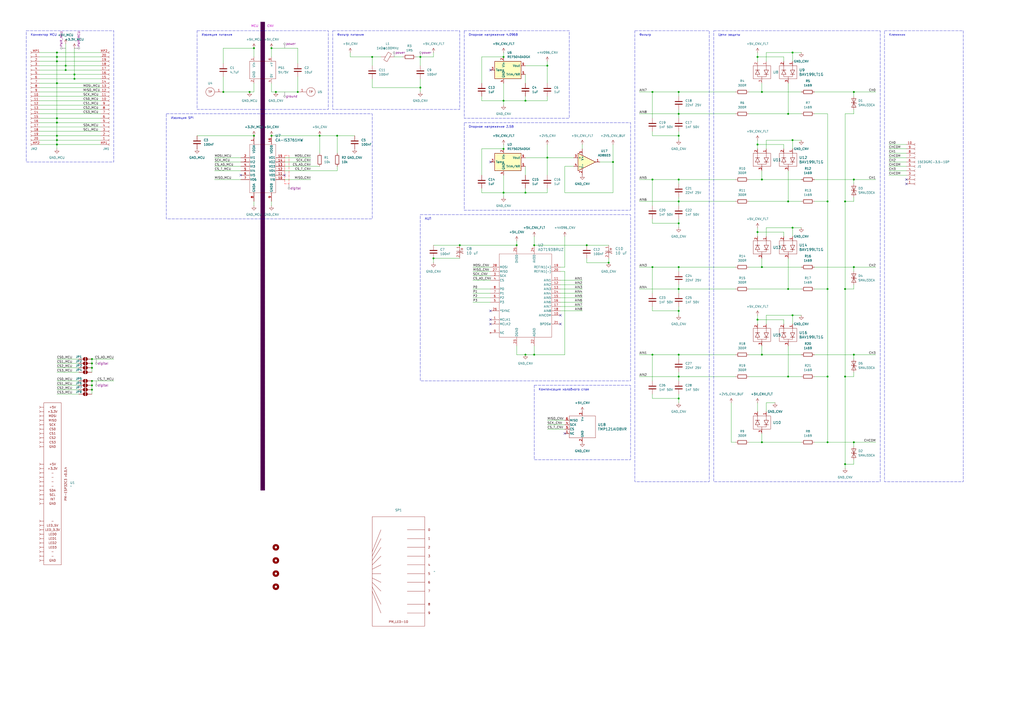
<source format=kicad_sch>
(kicad_sch (version 20250114) (generator "eeschema") (generator_version "9.0")
  (paper "A2")
  (title_block (title "${article} v${version}"))
  (rectangle (start 15.24 17.78) (end 66.04 93.98) (stroke (width 0) (type dash)))
  (rectangle (start 243.84 124.46) (end 365.76 220.98) (stroke (width 0) (type dash)))
  (rectangle (start 309.88 223.52) (end 365.76 266.7) (stroke (width 0) (type dash)))
  (rectangle (start 513.08 17.78) (end 558.8 279.4) (stroke (width 0) (type dash)))
  (rectangle (start 151.13 12.7) (end 153.67 284.48) (stroke (width 0) (type dot) (color 72 0 72 1)) (fill (type color) (color 72 0 72 1)))
  (rectangle (start 96.52 66.04) (end 215.9 127) (stroke (width 0) (type dash)))
  (rectangle (start 414.02 17.78) (end 510.54 279.4) (stroke (width 0) (type dash)))
  (rectangle (start 193.04 17.78) (end 266.7 63.5) (stroke (width 0) (type dash)))
  (rectangle (start 269.24 17.78) (end 330.2 68.58) (stroke (width 0) (type dash)))
  (rectangle (start 368.3 17.78) (end 411.48 279.4) (stroke (width 0) (type dash)))
  (rectangle (start 269.24 71.12) (end 365.76 121.92) (stroke (width 0) (type dash)))
  (rectangle (start 114.3 17.78) (end 190.5 63.5) (stroke (width 0) (type dash)))
  (text "Опорное напряжение 2.5В" (at 271.78 73.66 0) (effects (font (size 1.27 1.27)) (justify left)))
  (text "Опорное напряжение 4.096В" (at 271.78 20.32 0) (effects (font (size 1.27 1.27)) (justify left)))
  (text "MCU" (at 149.86 15.24 0) (effects (font (size 1.27 1.27)) (justify right)))
  (text "Изоляция питания" (at 116.84 20.32 0) (effects (font (size 1.27 1.27)) (justify left)))
  (text "Изоляция SPI" (at 99.06 68.58 0) (effects (font (size 1.27 1.27)) (justify left)))
  (text "Коннектор MCU" (at 17.78 20.32 0) (effects (font (size 1.27 1.27)) (justify left)))
  (text "CNV" (at 154.94 15.24 0) (effects (font (size 1.27 1.27)) (justify left)))
  (text "Фильтр питания" (at 195.58 20.32 0) (effects (font (size 1.27 1.27)) (justify left)))
  (text "АЦП" (at 246.38 127 0) (effects (font (size 1.27 1.27)) (justify left)))
  (text "Фильтр" (at 370.84 20.32 0) (effects (font (size 1.27 1.27)) (justify left)))
  (text "Компенсация холодного спая" (at 312.42 226.06 0) (effects (font (size 1.27 1.27)) (justify left)))
  (text "Цепи защиты" (at 416.56 20.32 0) (effects (font (size 1.27 1.27)) (justify left)))
  (text "Клеммник" (at 515.62 20.32 0) (effects (font (size 1.27 1.27)) (justify left)))
  (junction (at 243.84 33.02))
  (junction (at 490.22 218.44))
  (junction (at 480.06 256.54))
  (junction (at 292.1 33.02))
  (junction (at 292.1 58.42))
  (junction (at 53.34 226.06))
  (junction (at 53.34 223.52))
  (junction (at 172.72 53.34))
  (junction (at 266.7 142.24))
  (junction (at 393.7 78.74))
  (junction (at 439.42 185.42))
  (junction (at 393.7 205.74))
  (junction (at 292.1 111.76))
  (junction (at 43.18 43.18))
  (junction (at 157.48 27.94))
  (junction (at 439.42 83.82))
  (junction (at 495.3 53.34))
  (junction (at 378.46 205.74))
  (junction (at 355.6 93.98))
  (junction (at 495.3 104.14))
  (junction (at 495.3 205.74))
  (junction (at 378.46 154.94))
  (junction (at 393.7 218.44))
  (junction (at 53.34 210.82))
  (junction (at 393.7 116.84))
  (junction (at 33.02 78.74))
  (junction (at 215.9 33.02))
  (junction (at 43.18 45.72))
  (junction (at 441.96 154.94))
  (junction (at 378.46 53.34))
  (junction (at 317.5 91.44))
  (junction (at 441.96 104.14))
  (junction (at 317.5 38.1))
  (junction (at 38.1 38.1))
  (junction (at 393.7 53.34))
  (junction (at 33.02 30.48))
  (junction (at 480.06 116.84))
  (junction (at 457.2 66.04))
  (junction (at 304.8 205.74))
  (junction (at 490.22 167.64))
  (junction (at 393.7 154.94))
  (junction (at 160.02 53.34))
  (junction (at 490.22 269.24))
  (junction (at 459.74 182.88))
  (junction (at 393.7 167.64))
  (junction (at 33.02 33.02))
  (junction (at 53.34 213.36))
  (junction (at 393.7 180.34))
  (junction (at 439.42 134.62))
  (junction (at 33.02 71.12))
  (junction (at 378.46 104.14))
  (junction (at 53.34 220.98))
  (junction (at 299.72 142.24))
  (junction (at 393.7 66.04))
  (junction (at 441.96 205.74))
  (junction (at 459.74 81.28))
  (junction (at 441.96 256.54))
  (junction (at 304.8 58.42))
  (junction (at 495.3 154.94))
  (junction (at 251.46 149.86))
  (junction (at 393.7 104.14))
  (junction (at 490.22 116.84))
  (junction (at 480.06 167.64))
  (junction (at 353.06 152.4))
  (junction (at 393.7 231.14))
  (junction (at 309.88 142.24))
  (junction (at 457.2 218.44))
  (junction (at 144.78 53.34))
  (junction (at 459.74 132.08))
  (junction (at 33.02 83.82))
  (junction (at 33.02 81.28))
  (junction (at 309.88 205.74))
  (junction (at 340.36 142.24))
  (junction (at 195.58 78.74))
  (junction (at 147.32 27.94))
  (junction (at 147.32 78.74))
  (junction (at 53.34 208.28))
  (junction (at 480.06 218.44))
  (junction (at 459.74 30.48))
  (junction (at 441.96 53.34))
  (junction (at 33.02 68.58))
  (junction (at 33.02 48.26))
  (junction (at 393.7 129.54))
  (junction (at 129.54 53.34))
  (junction (at 457.2 116.84))
  (junction (at 33.02 35.56))
  (junction (at 292.1 86.36))
  (junction (at 243.84 50.8))
  (junction (at 457.2 167.64))
  (junction (at 495.3 256.54))
  (junction (at 38.1 40.64))
  (junction (at 185.42 78.74))
  (junction (at 304.8 111.76))
  (junction (at 439.42 33.02))
  (junction (at 157.48 78.74))
  (no_connect (at 139.7 101.6))
  (no_connect (at 525.78 106.68))
  (no_connect (at 325.12 182.88))
  (no_connect (at 284.48 93.98))
  (no_connect (at 284.48 187.96))
  (no_connect (at 325.12 187.96))
  (no_connect (at 284.48 180.34))
  (no_connect (at 327.66 251.46))
  (no_connect (at 165.1 101.6))
  (no_connect (at 525.78 104.14))
  (no_connect (at 284.48 185.42))
  (no_connect (at 284.48 40.64))
  (wire (pts (xy 490.22 269.24) (xy 490.22 271.78)))
  (wire (pts (xy 378.46 104.14) (xy 378.46 119.38)))
  (wire (pts (xy 378.46 129.54) (xy 378.46 127)))
  (wire (pts (xy 22.86 71.12) (xy 33.02 71.12)))
  (wire (pts (xy 317.5 91.44) (xy 317.5 101.6)))
  (wire (pts (xy 353.06 149.86) (xy 353.06 152.4)))
  (wire (pts (xy 251.46 30.48) (xy 251.46 33.02)))
  (wire (pts (xy 393.7 167.64) (xy 426.72 167.64)))
  (wire (pts (xy 53.34 213.36) (xy 53.34 215.9)))
  (wire (pts (xy 393.7 218.44) (xy 426.72 218.44)))
  (wire (pts (xy 147.32 27.94) (xy 147.32 33.02)))
  (wire (pts (xy 292.1 30.48) (xy 292.1 33.02)))
  (wire (pts (xy 33.02 213.36) (xy 45.72 213.36)))
  (wire (pts (xy 157.48 53.34) (xy 160.02 53.34)))
  (wire (pts (xy 317.5 109.22) (xy 317.5 111.76)))
  (wire (pts (xy 144.78 53.34) (xy 147.32 53.34)))
  (wire (pts (xy 439.42 83.82) (xy 439.42 86.36)))
  (wire (pts (xy 139.7 93.98) (xy 124.46 93.98)))
  (wire (pts (xy 251.46 33.02) (xy 243.84 33.02)))
  (wire (pts (xy 22.86 73.66) (xy 58.42 73.66)))
  (wire (pts (xy 215.9 33.02) (xy 220.98 33.02)))
  (wire (pts (xy 459.74 30.48) (xy 459.74 35.56)))
  (wire (pts (xy 274.32 167.64) (xy 284.48 167.64)))
  (wire (pts (xy 393.7 215.9) (xy 393.7 218.44)))
  (wire (pts (xy 441.96 251.46) (xy 441.96 256.54)))
  (wire (pts (xy 393.7 66.04) (xy 426.72 66.04)))
  (wire (pts (xy 172.72 53.34) (xy 160.02 53.34)))
  (wire (pts (xy 378.46 231.14) (xy 393.7 231.14)))
  (wire (pts (xy 33.02 68.58) (xy 58.42 68.58)))
  (wire (pts (xy 325.12 167.64) (xy 337.82 167.64)))
  (wire (pts (xy 292.1 60.96) (xy 292.1 58.42)))
  (wire (pts (xy 454.66 35.56) (xy 454.66 33.02)))
  (wire (pts (xy 434.34 167.64) (xy 457.2 167.64)))
  (wire (pts (xy 495.3 165.1) (xy 495.3 167.64)))
  (wire (pts (xy 439.42 83.82) (xy 454.66 83.82)))
  (wire (pts (xy 317.5 55.88) (xy 317.5 58.42)))
  (wire (pts (xy 22.86 38.1) (xy 38.1 38.1)))
  (wire (pts (xy 444.5 182.88) (xy 459.74 182.88)))
  (wire (pts (xy 33.02 30.48) (xy 58.42 30.48)))
  (wire (pts (xy 434.34 154.94) (xy 441.96 154.94)))
  (wire (pts (xy 495.3 266.7) (xy 495.3 269.24)))
  (wire (pts (xy 393.7 205.74) (xy 426.72 205.74)))
  (wire (pts (xy 325.12 172.72) (xy 337.82 172.72)))
  (wire (pts (xy 515.62 99.06) (xy 525.78 99.06)))
  (wire (pts (xy 393.7 104.14) (xy 393.7 106.68)))
  (wire (pts (xy 378.46 78.74) (xy 378.46 76.2)))
  (wire (pts (xy 444.5 137.16) (xy 444.5 132.08)))
  (wire (pts (xy 274.32 160.02) (xy 284.48 160.02)))
  (wire (pts (xy 480.06 167.64) (xy 472.44 167.64)))
  (wire (pts (xy 393.7 81.28) (xy 393.7 78.74)))
  (wire (pts (xy 495.3 104.14) (xy 508 104.14)))
  (wire (pts (xy 228.6 33.02) (xy 233.68 33.02)))
  (wire (pts (xy 515.62 86.36) (xy 525.78 86.36)))
  (wire (pts (xy 22.86 33.02) (xy 33.02 33.02)))
  (wire (pts (xy 393.7 218.44) (xy 393.7 220.98)))
  (wire (pts (xy 203.2 30.48) (xy 203.2 33.02)))
  (wire (pts (xy 215.9 33.02) (xy 215.9 38.1)))
  (wire (pts (xy 22.86 35.56) (xy 33.02 35.56)))
  (wire (pts (xy 370.84 205.74) (xy 378.46 205.74)))
  (wire (pts (xy 279.4 109.22) (xy 279.4 111.76)))
  (wire (pts (xy 33.02 228.6) (xy 45.72 228.6)))
  (wire (pts (xy 495.3 218.44) (xy 490.22 218.44)))
  (wire (pts (xy 304.8 205.74) (xy 309.88 205.74)))
  (wire (pts (xy 378.46 180.34) (xy 378.46 177.8)))
  (wire (pts (xy 378.46 180.34) (xy 393.7 180.34)))
  (wire (pts (xy 33.02 215.9) (xy 45.72 215.9)))
  (wire (pts (xy 393.7 116.84) (xy 393.7 119.38)))
  (wire (pts (xy 495.3 104.14) (xy 495.3 106.68)))
  (wire (pts (xy 439.42 182.88) (xy 439.42 185.42)))
  (wire (pts (xy 495.3 66.04) (xy 490.22 66.04)))
  (wire (pts (xy 325.12 175.26) (xy 337.82 175.26)))
  (wire (pts (xy 439.42 233.68) (xy 439.42 238.76)))
  (wire (pts (xy 33.02 220.98) (xy 45.72 220.98)))
  (wire (pts (xy 393.7 231.14) (xy 393.7 228.6)))
  (wire (pts (xy 495.3 269.24) (xy 490.22 269.24)))
  (wire (pts (xy 304.8 91.44) (xy 317.5 91.44)))
  (wire (pts (xy 33.02 78.74) (xy 33.02 81.28)))
  (wire (pts (xy 22.86 68.58) (xy 33.02 68.58)))
  (wire (pts (xy 325.12 177.8) (xy 337.82 177.8)))
  (wire (pts (xy 304.8 55.88) (xy 304.8 58.42)))
  (wire (pts (xy 439.42 185.42) (xy 454.66 185.42)))
  (wire (pts (xy 459.74 30.48) (xy 464.82 30.48)))
  (wire (pts (xy 370.84 218.44) (xy 393.7 218.44)))
  (wire (pts (xy 38.1 38.1) (xy 38.1 40.64)))
  (wire (pts (xy 370.84 66.04) (xy 393.7 66.04)))
  (wire (pts (xy 495.3 116.84) (xy 490.22 116.84)))
  (wire (pts (xy 472.44 104.14) (xy 495.3 104.14)))
  (wire (pts (xy 251.46 149.86) (xy 251.46 152.4)))
  (wire (pts (xy 439.42 132.08) (xy 439.42 134.62)))
  (wire (pts (xy 393.7 205.74) (xy 393.7 208.28)))
  (wire (pts (xy 33.02 208.28) (xy 45.72 208.28)))
  (wire (pts (xy 309.88 205.74) (xy 309.88 200.66)))
  (wire (pts (xy 157.48 116.84) (xy 157.48 119.38)))
  (wire (pts (xy 457.2 48.26) (xy 457.2 66.04)))
  (wire (pts (xy 22.86 43.18) (xy 43.18 43.18)))
  (wire (pts (xy 378.46 129.54) (xy 393.7 129.54)))
  (wire (pts (xy 157.48 27.94) (xy 157.48 33.02)))
  (wire (pts (xy 22.86 45.72) (xy 43.18 45.72)))
  (wire (pts (xy 444.5 187.96) (xy 444.5 182.88)))
  (wire (pts (xy 22.86 58.42) (xy 58.42 58.42)))
  (wire (pts (xy 495.3 256.54) (xy 495.3 259.08)))
  (wire (pts (xy 444.5 238.76) (xy 444.5 233.68)))
  (wire (pts (xy 327.66 154.94) (xy 325.12 154.94)))
  (wire (pts (xy 378.46 53.34) (xy 378.46 68.58)))
  (wire (pts (xy 515.62 93.98) (xy 525.78 93.98)))
  (wire (pts (xy 441.96 104.14) (xy 464.82 104.14)))
  (wire (pts (xy 439.42 33.02) (xy 454.66 33.02)))
  (wire (pts (xy 33.02 68.58) (xy 33.02 71.12)))
  (wire (pts (xy 195.58 96.52) (xy 195.58 99.06)))
  (wire (pts (xy 444.5 30.48) (xy 459.74 30.48)))
  (wire (pts (xy 147.32 116.84) (xy 147.32 119.38)))
  (wire (pts (xy 393.7 53.34) (xy 426.72 53.34)))
  (wire (pts (xy 495.3 53.34) (xy 495.3 55.88)))
  (wire (pts (xy 439.42 134.62) (xy 439.42 137.16)))
  (wire (pts (xy 33.02 81.28) (xy 33.02 83.82)))
  (wire (pts (xy 304.8 38.1) (xy 317.5 38.1)))
  (wire (pts (xy 33.02 83.82) (xy 58.42 83.82)))
  (wire (pts (xy 441.96 256.54) (xy 464.82 256.54)))
  (wire (pts (xy 299.72 139.7) (xy 299.72 142.24)))
  (wire (pts (xy 53.34 210.82) (xy 53.34 213.36)))
  (wire (pts (xy 459.74 81.28) (xy 459.74 86.36)))
  (wire (pts (xy 325.12 170.18) (xy 337.82 170.18)))
  (wire (pts (xy 454.66 86.36) (xy 454.66 83.82)))
  (wire (pts (xy 393.7 233.68) (xy 393.7 231.14)))
  (wire (pts (xy 495.3 114.3) (xy 495.3 116.84)))
  (wire (pts (xy 393.7 53.34) (xy 393.7 55.88)))
  (wire (pts (xy 279.4 86.36) (xy 292.1 86.36)))
  (wire (pts (xy 139.7 91.44) (xy 124.46 91.44)))
  (wire (pts (xy 325.12 162.56) (xy 337.82 162.56)))
  (wire (pts (xy 441.96 99.06) (xy 441.96 104.14)))
  (wire (pts (xy 243.84 33.02) (xy 243.84 38.1)))
  (wire (pts (xy 459.74 132.08) (xy 464.82 132.08)))
  (wire (pts (xy 243.84 45.72) (xy 243.84 50.8)))
  (wire (pts (xy 355.6 83.82) (xy 355.6 93.98)))
  (wire (pts (xy 426.72 256.54) (xy 424.18 256.54)))
  (wire (pts (xy 33.02 210.82) (xy 45.72 210.82)))
  (wire (pts (xy 327.66 137.16) (xy 327.66 154.94)))
  (wire (pts (xy 441.96 53.34) (xy 464.82 53.34)))
  (wire (pts (xy 424.18 256.54) (xy 424.18 233.68)))
  (wire (pts (xy 195.58 78.74) (xy 195.58 88.9)))
  (wire (pts (xy 317.5 248.92) (xy 327.66 248.92)))
  (wire (pts (xy 172.72 44.45) (xy 172.72 53.34)))
  (wire (pts (xy 393.7 104.14) (xy 426.72 104.14)))
  (wire (pts (xy 457.2 99.06) (xy 457.2 116.84)))
  (wire (pts (xy 274.32 157.48) (xy 284.48 157.48)))
  (wire (pts (xy 515.62 91.44) (xy 525.78 91.44)))
  (wire (pts (xy 43.18 27.94) (xy 43.18 43.18)))
  (wire (pts (xy 33.02 71.12) (xy 33.02 78.74)))
  (wire (pts (xy 33.02 83.82) (xy 33.02 86.36)))
  (wire (pts (xy 251.46 149.86) (xy 266.7 149.86)))
  (wire (pts (xy 279.4 101.6) (xy 279.4 86.36)))
  (wire (pts (xy 393.7 180.34) (xy 393.7 177.8)))
  (wire (pts (xy 292.1 83.82) (xy 292.1 86.36)))
  (wire (pts (xy 434.34 104.14) (xy 441.96 104.14)))
  (wire (pts (xy 22.86 63.5) (xy 58.42 63.5)))
  (wire (pts (xy 327.66 205.74) (xy 309.88 205.74)))
  (wire (pts (xy 317.5 38.1) (xy 317.5 48.26)))
  (wire (pts (xy 495.3 256.54) (xy 508 256.54)))
  (wire (pts (xy 393.7 63.5) (xy 393.7 66.04)))
  (wire (pts (xy 279.4 55.88) (xy 279.4 58.42)))
  (wire (pts (xy 157.48 27.94) (xy 172.72 27.94)))
  (wire (pts (xy 370.84 167.64) (xy 393.7 167.64)))
  (wire (pts (xy 279.4 33.02) (xy 292.1 33.02)))
  (wire (pts (xy 279.4 111.76) (xy 292.1 111.76)))
  (wire (pts (xy 22.86 76.2) (xy 58.42 76.2)))
  (wire (pts (xy 393.7 132.08) (xy 393.7 129.54)))
  (wire (pts (xy 434.34 205.74) (xy 441.96 205.74)))
  (wire (pts (xy 434.34 66.04) (xy 457.2 66.04)))
  (wire (pts (xy 332.74 96.52) (xy 327.66 96.52)))
  (wire (pts (xy 33.02 78.74) (xy 58.42 78.74)))
  (wire (pts (xy 304.8 111.76) (xy 292.1 111.76)))
  (wire (pts (xy 457.2 167.64) (xy 464.82 167.64)))
  (wire (pts (xy 439.42 134.62) (xy 454.66 134.62)))
  (wire (pts (xy 215.9 50.8) (xy 243.84 50.8)))
  (wire (pts (xy 203.2 33.02) (xy 215.9 33.02)))
  (wire (pts (xy 147.32 48.26) (xy 147.32 53.34)))
  (wire (pts (xy 292.1 58.42) (xy 292.1 48.26)))
  (wire (pts (xy 327.66 157.48) (xy 327.66 205.74)))
  (wire (pts (xy 495.3 205.74) (xy 495.3 208.28)))
  (wire (pts (xy 325.12 157.48) (xy 327.66 157.48)))
  (wire (pts (xy 444.5 86.36) (xy 444.5 81.28)))
  (wire (pts (xy 340.36 152.4) (xy 353.06 152.4)))
  (wire (pts (xy 393.7 165.1) (xy 393.7 167.64)))
  (wire (pts (xy 459.74 132.08) (xy 459.74 137.16)))
  (wire (pts (xy 124.46 99.06) (xy 139.7 99.06)))
  (wire (pts (xy 480.06 167.64) (xy 480.06 218.44)))
  (wire (pts (xy 439.42 30.48) (xy 439.42 33.02)))
  (wire (pts (xy 480.06 66.04) (xy 480.06 116.84)))
  (wire (pts (xy 457.2 116.84) (xy 464.82 116.84)))
  (wire (pts (xy 378.46 78.74) (xy 393.7 78.74)))
  (wire (pts (xy 444.5 132.08) (xy 459.74 132.08)))
  (wire (pts (xy 490.22 66.04) (xy 490.22 116.84)))
  (wire (pts (xy 304.8 58.42) (xy 317.5 58.42)))
  (wire (pts (xy 393.7 167.64) (xy 393.7 170.18)))
  (wire (pts (xy 454.66 137.16) (xy 454.66 134.62)))
  (wire (pts (xy 459.74 182.88) (xy 464.82 182.88)))
  (wire (pts (xy 22.86 83.82) (xy 33.02 83.82)))
  (wire (pts (xy 129.54 36.83) (xy 129.54 27.94)))
  (wire (pts (xy 165.1 96.52) (xy 185.42 96.52)))
  (wire (pts (xy 157.48 48.26) (xy 157.48 53.34)))
  (wire (pts (xy 299.72 200.66) (xy 299.72 205.74)))
  (wire (pts (xy 378.46 231.14) (xy 378.46 228.6)))
  (wire (pts (xy 495.3 63.5) (xy 495.3 66.04)))
  (wire (pts (xy 22.86 48.26) (xy 33.02 48.26)))
  (wire (pts (xy 274.32 154.94) (xy 284.48 154.94)))
  (wire (pts (xy 444.5 81.28) (xy 459.74 81.28)))
  (wire (pts (xy 393.7 66.04) (xy 393.7 68.58)))
  (wire (pts (xy 355.6 93.98) (xy 347.98 93.98)))
  (wire (pts (xy 304.8 58.42) (xy 292.1 58.42)))
  (wire (pts (xy 439.42 33.02) (xy 439.42 35.56)))
  (wire (pts (xy 129.54 53.34) (xy 144.78 53.34)))
  (wire (pts (xy 165.1 104.14) (xy 180.34 104.14)))
  (wire (pts (xy 370.84 53.34) (xy 378.46 53.34)))
  (wire (pts (xy 292.1 114.3) (xy 292.1 111.76)))
  (wire (pts (xy 370.84 154.94) (xy 378.46 154.94)))
  (wire (pts (xy 480.06 116.84) (xy 480.06 167.64)))
  (wire (pts (xy 38.1 40.64) (xy 58.42 40.64)))
  (wire (pts (xy 279.4 48.26) (xy 279.4 33.02)))
  (wire (pts (xy 33.02 226.06) (xy 45.72 226.06)))
  (wire (pts (xy 434.34 218.44) (xy 457.2 218.44)))
  (wire (pts (xy 299.72 205.74) (xy 304.8 205.74)))
  (wire (pts (xy 317.5 91.44) (xy 317.5 83.82)))
  (wire (pts (xy 480.06 66.04) (xy 472.44 66.04)))
  (wire (pts (xy 495.3 167.64) (xy 490.22 167.64)))
  (wire (pts (xy 243.84 50.8) (xy 243.84 53.34)))
  (wire (pts (xy 393.7 154.94) (xy 393.7 157.48)))
  (wire (pts (xy 43.18 45.72) (xy 58.42 45.72)))
  (wire (pts (xy 43.18 43.18) (xy 58.42 43.18)))
  (wire (pts (xy 129.54 27.94) (xy 147.32 27.94)))
  (wire (pts (xy 241.3 33.02) (xy 243.84 33.02)))
  (wire (pts (xy 185.42 78.74) (xy 195.58 78.74)))
  (wire (pts (xy 480.06 218.44) (xy 480.06 256.54)))
  (wire (pts (xy 185.42 78.74) (xy 185.42 88.9)))
  (wire (pts (xy 378.46 53.34) (xy 393.7 53.34)))
  (wire (pts (xy 480.06 218.44) (xy 472.44 218.44)))
  (wire (pts (xy 327.66 96.52) (xy 327.66 111.76)))
  (wire (pts (xy 441.96 205.74) (xy 464.82 205.74)))
  (wire (pts (xy 33.02 30.48) (xy 33.02 33.02)))
  (wire (pts (xy 33.02 81.28) (xy 58.42 81.28)))
  (wire (pts (xy 22.86 60.96) (xy 58.42 60.96)))
  (wire (pts (xy 274.32 172.72) (xy 284.48 172.72)))
  (wire (pts (xy 378.46 205.74) (xy 393.7 205.74)))
  (wire (pts (xy 457.2 218.44) (xy 464.82 218.44)))
  (wire (pts (xy 515.62 88.9) (xy 525.78 88.9)))
  (wire (pts (xy 472.44 256.54) (xy 480.06 256.54)))
  (wire (pts (xy 434.34 116.84) (xy 457.2 116.84)))
  (wire (pts (xy 495.3 53.34) (xy 508 53.34)))
  (wire (pts (xy 515.62 96.52) (xy 525.78 96.52)))
  (wire (pts (xy 457.2 149.86) (xy 457.2 167.64)))
  (wire (pts (xy 195.58 78.74) (xy 205.74 78.74)))
  (wire (pts (xy 441.96 149.86) (xy 441.96 154.94)))
  (wire (pts (xy 370.84 104.14) (xy 378.46 104.14)))
  (wire (pts (xy 325.12 165.1) (xy 337.82 165.1)))
  (wire (pts (xy 43.18 43.18) (xy 43.18 45.72)))
  (wire (pts (xy 378.46 154.94) (xy 393.7 154.94)))
  (wire (pts (xy 490.22 116.84) (xy 490.22 167.64)))
  (wire (pts (xy 515.62 83.82) (xy 525.78 83.82)))
  (wire (pts (xy 454.66 187.96) (xy 454.66 185.42)))
  (wire (pts (xy 33.02 33.02) (xy 58.42 33.02)))
  (wire (pts (xy 22.86 30.48) (xy 33.02 30.48)))
  (wire (pts (xy 457.2 66.04) (xy 464.82 66.04)))
  (wire (pts (xy 325.12 180.34) (xy 337.82 180.34)))
  (wire (pts (xy 33.02 223.52) (xy 45.72 223.52)))
  (wire (pts (xy 33.02 48.26) (xy 58.42 48.26)))
  (wire (pts (xy 22.86 40.64) (xy 38.1 40.64)))
  (wire (pts (xy 495.3 205.74) (xy 508 205.74)))
  (wire (pts (xy 393.7 129.54) (xy 393.7 127)))
  (wire (pts (xy 38.1 25.4) (xy 38.1 38.1)))
  (wire (pts (xy 444.5 233.68) (xy 449.58 233.68)))
  (wire (pts (xy 33.02 71.12) (xy 58.42 71.12)))
  (wire (pts (xy 480.06 256.54) (xy 495.3 256.54)))
  (wire (pts (xy 33.02 48.26) (xy 33.02 68.58)))
  (wire (pts (xy 304.8 96.52) (xy 304.8 101.6)))
  (wire (pts (xy 355.6 93.98) (xy 355.6 111.76)))
  (wire (pts (xy 459.74 81.28) (xy 464.82 81.28)))
  (wire (pts (xy 172.72 36.83) (xy 172.72 27.94)))
  (wire (pts (xy 441.96 48.26) (xy 441.96 53.34)))
  (wire (pts (xy 215.9 45.72) (xy 215.9 50.8)))
  (wire (pts (xy 439.42 185.42) (xy 439.42 187.96)))
  (wire (pts (xy 490.22 167.64) (xy 490.22 218.44)))
  (wire (pts (xy 53.34 226.06) (xy 53.34 228.6)))
  (wire (pts (xy 33.02 35.56) (xy 33.02 48.26)))
  (wire (pts (xy 53.34 220.98) (xy 53.34 223.52)))
  (wire (pts (xy 53.34 208.28) (xy 53.34 210.82)))
  (wire (pts (xy 340.36 149.86) (xy 340.36 152.4)))
  (wire (pts (xy 393.7 114.3) (xy 393.7 116.84)))
  (wire (pts (xy 337.82 83.82) (xy 337.82 86.36)))
  (wire (pts (xy 266.7 142.24) (xy 299.72 142.24)))
  (wire (pts (xy 495.3 154.94) (xy 495.3 157.48)))
  (wire (pts (xy 495.3 154.94) (xy 508 154.94)))
  (wire (pts (xy 53.34 208.28) (xy 66.04 208.28)))
  (wire (pts (xy 279.4 58.42) (xy 292.1 58.42)))
  (wire (pts (xy 22.86 81.28) (xy 33.02 81.28)))
  (wire (pts (xy 53.34 223.52) (xy 53.34 226.06)))
  (wire (pts (xy 457.2 200.66) (xy 457.2 218.44)))
  (wire (pts (xy 165.1 91.44) (xy 180.34 91.44)))
  (wire (pts (xy 515.62 101.6) (xy 525.78 101.6)))
  (wire (pts (xy 309.88 137.16) (xy 309.88 142.24)))
  (wire (pts (xy 340.36 142.24) (xy 353.06 142.24)))
  (wire (pts (xy 434.34 53.34) (xy 441.96 53.34)))
  (wire (pts (xy 317.5 243.84) (xy 327.66 243.84)))
  (wire (pts (xy 124.46 96.52) (xy 139.7 96.52)))
  (wire (pts (xy 393.7 154.94) (xy 426.72 154.94)))
  (wire (pts (xy 434.34 256.54) (xy 441.96 256.54)))
  (wire (pts (xy 165.1 99.06) (xy 195.58 99.06)))
  (wire (pts (xy 459.74 182.88) (xy 459.74 187.96)))
  (wire (pts (xy 378.46 154.94) (xy 378.46 170.18)))
  (wire (pts (xy 317.5 246.38) (xy 327.66 246.38)))
  (wire (pts (xy 22.86 78.74) (xy 33.02 78.74)))
  (wire (pts (xy 274.32 175.26) (xy 284.48 175.26)))
  (wire (pts (xy 53.34 220.98) (xy 66.04 220.98)))
  (wire (pts (xy 490.22 218.44) (xy 490.22 269.24)))
  (wire (pts (xy 309.88 142.24) (xy 340.36 142.24)))
  (wire (pts (xy 317.5 91.44) (xy 332.74 91.44)))
  (wire (pts (xy 129.54 44.45) (xy 129.54 53.34)))
  (wire (pts (xy 393.7 116.84) (xy 426.72 116.84)))
  (wire (pts (xy 22.86 50.8) (xy 58.42 50.8)))
  (wire (pts (xy 472.44 53.34) (xy 495.3 53.34)))
  (wire (pts (xy 38.1 38.1) (xy 58.42 38.1)))
  (wire (pts (xy 327.66 111.76) (xy 355.6 111.76)))
  (wire (pts (xy 393.7 182.88) (xy 393.7 180.34)))
  (wire (pts (xy 251.46 142.24) (xy 266.7 142.24)))
  (wire (pts (xy 33.02 35.56) (xy 58.42 35.56)))
  (wire (pts (xy 165.1 93.98) (xy 180.34 93.98)))
  (wire (pts (xy 378.46 205.74) (xy 378.46 220.98)))
  (wire (pts (xy 157.48 78.74) (xy 185.42 78.74)))
  (wire (pts (xy 378.46 104.14) (xy 393.7 104.14)))
  (wire (pts (xy 274.32 162.56) (xy 284.48 162.56)))
  (wire (pts (xy 370.84 116.84) (xy 393.7 116.84)))
  (wire (pts (xy 304.8 43.18) (xy 304.8 48.26)))
  (wire (pts (xy 441.96 154.94) (xy 464.82 154.94)))
  (wire (pts (xy 393.7 78.74) (xy 393.7 76.2)))
  (wire (pts (xy 441.96 200.66) (xy 441.96 205.74)))
  (wire (pts (xy 22.86 55.88) (xy 58.42 55.88)))
  (wire (pts (xy 22.86 66.04) (xy 58.42 66.04)))
  (wire (pts (xy 22.86 53.34) (xy 58.42 53.34)))
  (wire (pts (xy 292.1 111.76) (xy 292.1 101.6)))
  (wire (pts (xy 439.42 81.28) (xy 439.42 83.82)))
  (wire (pts (xy 317.5 38.1) (xy 317.5 35.56)))
  (wire (pts (xy 472.44 154.94) (xy 495.3 154.94)))
  (wire (pts (xy 495.3 215.9) (xy 495.3 218.44)))
  (wire (pts (xy 274.32 170.18) (xy 284.48 170.18)))
  (wire (pts (xy 480.06 116.84) (xy 472.44 116.84)))
  (wire (pts (xy 304.8 109.22) (xy 304.8 111.76)))
  (wire (pts (xy 304.8 111.76) (xy 317.5 111.76)))
  (wire (pts (xy 444.5 35.56) (xy 444.5 30.48)))
  (wire (pts (xy 33.02 33.02) (xy 33.02 35.56)))
  (wire (pts (xy 472.44 205.74) (xy 495.3 205.74)))
  (wire (pts (xy 139.7 104.14) (xy 124.46 104.14)))
  (wire (pts (xy 114.3 78.74) (xy 147.32 78.74)))
  (label "CHCOM" (at 515.62 101.6 0))
  (label "CS_T_CNV" (at 180.34 99.06 180))
  (label "AIN5" (at 370.84 104.14 0))
  (label "CS_T_CNV" (at 317.5 248.92 0))
  (label "CH1" (at 508 104.14 180))
  (label "CS3_MCU" (at 33.02 228.6 0))
  (label "CS1_MCU" (at 33.02 223.52 0))
  (label "CS1_MCU" (at 48.26 60.96 0))
  (label "CH3" (at 515.62 99.06 0))
  (label "MOSI_MCU" (at 48.26 50.8 0))
  (label "AIN1" (at 370.84 205.74 0))
  (label "SCK_CNV" (at 317.5 246.38 0))
  (label "CS3_MCU" (at 33.02 215.9 0))
  (label "AIN7" (at 370.84 53.34 0))
  (label "CH2" (at 515.62 93.98 0))
  (label "CS_T_MCU" (at 124.46 99.06 0))
  (label "CH2" (at 508 154.94 180))
  (label "CHCOM" (at 508 256.54 180))
  (label "CH1" (at 515.62 88.9 0))
  (label "CS0_MCU" (at 33.02 208.28 0))
  (label "P1" (at 274.32 170.18 0))
  (label "CH3" (at 508 205.74 180))
  (label "AIN2" (at 370.84 218.44 0))
  (label "SDA_MCU" (at 48.26 73.66 0))
  (label "AIN8" (at 337.82 180.34 180))
  (label "CH0" (at 515.62 83.82 0))
  (label "P2" (at 274.32 172.72 0))
  (label "CS_AD_MCU" (at 66.04 208.28 180))
  (label "SCL_MCU" (at 48.26 76.2 0))
  (label "MISO_CNV" (at 274.32 157.48 0))
  (label "CS2_MCU" (at 33.02 213.36 0))
  (label "CS2_MCU" (at 33.02 226.06 0))
  (label "AIN8" (at 370.84 66.04 0))
  (label "CH0" (at 508 53.34 180))
  (label "CS0_MCU" (at 33.02 220.98 0))
  (label "MOSI_CNV" (at 274.32 154.94 0))
  (label "CS_T_MCU" (at 66.04 220.98 180))
  (label "AIN6" (at 337.82 175.26 180))
  (label "SCK_CNV" (at 180.34 93.98 180))
  (label "SCK_MCU" (at 48.26 55.88 0))
  (label "CS3_MCU" (at 48.26 66.04 0))
  (label "AIN7" (at 337.82 177.8 180))
  (label "CHCOM" (at 515.62 86.36 0))
  (label "CS2_MCU" (at 48.26 63.5 0))
  (label "SCK_CNV" (at 274.32 160.02 0))
  (label "AIN6" (at 370.84 116.84 0))
  (label "CS_AD_CNV" (at 180.34 96.52 180))
  (label "AIN3" (at 337.82 167.64 180))
  (label "AIN4" (at 370.84 167.64 0))
  (label "AIN1" (at 337.82 162.56 180))
  (label "MISO_MCU" (at 124.46 104.14 0))
  (label "MOSI_CNV" (at 180.34 91.44 180))
  (label "AIN2" (at 337.82 165.1 180))
  (label "P0" (at 274.32 167.64 0))
  (label "CS0_MCU" (at 48.26 58.42 0))
  (label "AIN5" (at 337.82 172.72 180))
  (label "CHCOM" (at 515.62 91.44 0))
  (label "CS_AD_MCU" (at 124.46 96.52 0))
  (label "MISO_CNV" (at 180.34 104.14 180))
  (label "CS1_MCU" (at 33.02 210.82 0))
  (label "CHCOM" (at 515.62 96.52 0))
  (label "AIN4" (at 337.82 170.18 180))
  (label "P3" (at 274.32 175.26 0))
  (label "MISO_CNV" (at 317.5 243.84 0))
  (label "SCK_MCU" (at 124.46 93.98 0))
  (label "MOSI_MCU" (at 124.46 91.44 0))
  (label "AIN3" (at 370.84 154.94 0))
  (label "MISO_MCU" (at 48.26 53.34 0))
  (label "CS_AD_CNV" (at 274.32 162.56 0))
  (rule_area (polyline (pts (xy 165.1 90.17) (xy 165.1 106.68) (xy 167.64 106.68) (xy 167.64 90.17)) (stroke (width 0) (type dash))))
  (netclass_flag "" (length 2.54) (shape round) (at 43.18 27.94 270) (property "Netclass" "PWR_MCU" (at 45.72 27.2415 90) (effects (font (italic yes)) (justify left))))
  (netclass_flag "" (length 2.54) (shape round) (at 55.88 220.98 180) (property "Netclass" "digital" (at 56.5785 223.52 0) (effects (font (italic yes)) (justify left))))
  (netclass_flag "" (length 2.54) (shape round) (at 165.1 27.94 0) (property "Netclass" "power" (at 165.7985 25.4 0) (effects (font (italic yes)) (justify left))))
  (netclass_flag "" (length 2.54) (shape round) (at 167.64 106.68 180) (property "Netclass" "digital" (at 168.3385 109.22 0) (effects (font (italic yes)) (justify left))))
  (netclass_flag "" (length 2.54) (shape round) (at 165.1 53.34 180) (property "Netclass" "ground" (at 165.7985 55.88 0) (effects (font (italic yes)) (justify left))))
  (netclass_flag "" (length 2.54) (shape round) (at 228.6 33.02 0) (property "Netclass" "power" (at 229.2985 30.48 0) (effects (font (italic yes)) (justify left))))
  (netclass_flag "" (length 2.54) (shape round) (at 38.1 27.94 90) (property "Netclass" "PWR_MCU" (at 35.56 27.2415 90) (effects (font (italic yes)) (justify left))))
  (netclass_flag "" (length 2.54) (shape round) (at 243.84 33.02 0) (property "Netclass" "power" (at 244.5385 30.48 0) (effects (font (italic yes)) (justify left))))
  (netclass_flag "" (length 2.54) (shape round) (at 55.88 208.28 180) (property "Netclass" "digital" (at 56.5785 210.82 0) (effects (font (italic yes)) (justify left))))
  (symbol (lib_id "kicad_inventree_lib:5117") (at 172.72 53.34 0) (unit 1)
    (property "Reference" "U5" (at 184.15 53.3399 0) (effects (justify left)))
    (property "Value" "5117" (effects (hide yes)))
    (property "Footprint" "kicad_inventree_lib:5117" (effects (hide yes)))
    (property "Datasheet" "http://inventree.network/part/282/" (effects (hide yes)))
    (property "Description" "KEYSTONE - 5117 - TEST POINT, PCB, BLUE, THROUGH HOLE" (effects (hide yes)))
    (property "part_ipn" "Keystone_5117" (effects (hide yes)))
  )
  (symbol (lib_id "kicad_inventree_lib:MountingHole_M3") (at 160.02 325.12 0) (unit 1) (exclude_from_sim yes) (in_bom no)
    (property "Reference" "H5" (effects (hide yes)))
    (property "Value" "MountingHole_M3" (effects (hide yes)))
    (property "Footprint" "kicad_inventree_lib:MountingHole_M3" (effects (hide yes)))
    (property "Description" "Mounting Hole without connection" (effects (hide yes)))
  )
  (symbol (lib_id "kicad_inventree_lib:TAJA106M016RNJ") (at 266.7 142.24 270) (unit 1)
    (property "Reference" "C8" (at 270.51 144.2973 90) (effects (font (size 1.524 1.524)) (justify left)))
    (property "Value" "10 uF" (at 270.51 146.8373 90) (effects (font (size 1.524 1.524)) (justify left)))
    (property "Footprint" "kicad_inventree_lib:TAJA_AVX-M" (effects (hide yes)))
    (property "Datasheet" "TAJA106M016RNJ" (effects (hide yes)))
    (property "Description" "10uF 16V 3Ω@100kHz ±20% CASE-A-3216-18(mm) Tantalum Capacitors" (effects (hide yes)))
    (property "part_ipn" "TAJA106M016RNJ" (effects (hide yes)))
  )
  (symbol (lib_id "power:+5V") (at 337.82 83.82 0) (unit 1)
    (property "Reference" "#PWR045" (effects (hide yes)))
    (property "Value" "+5V_CNV_FLT" (at 337.82 78.74 0))
    (property "Description" "Power symbol creates a global label with name \"+5V\"" (effects (hide yes)))
  )
  (symbol (lib_id "kicad_inventree_lib:R_300R_0603_1%") (at 430.53 116.84 90) (unit 1)
    (property "Reference" "R11" (at 430.53 110.49 90))
    (property "Value" "300R" (at 430.53 113.03 90))
    (property "Footprint" "Resistor_SMD:R_0603_1608Metric" (effects (hide yes)))
    (property "Description" "Resistor" (effects (hide yes)))
    (property "part_ipn" "R_300R_0603_1%" (effects (hide yes)))
  )
  (symbol (lib_id "kicad_inventree_lib: C_4.7uF_16V_0805_MLCC-X7R") (at 129.54 40.64 0) (unit 1)
    (property "Reference" "C1" (at 133.35 39.3699 0) (effects (justify left)))
    (property "Value" "4.7uF" (at 133.35 41.9099 0) (effects (justify left)))
    (property "Footprint" "Capacitor_SMD:C_0805_2012Metric" (effects (hide yes)))
    (property "Description" "Unpolarized capacitor" (effects (hide yes)))
    (property "part_ipn" " C_4.7uF_16V_0805_MLCC-X7R" (effects (hide yes)))
  )
  (symbol (lib_id "kicad_inventree_lib: C_1uF_16V_0603_MLCC-X7R ") (at 304.8 52.07 0) (unit 1)
    (property "Reference" "C4" (at 308.61 50.7999 0) (effects (justify left)))
    (property "Value" "1uF" (at 308.61 53.3399 0) (effects (justify left)))
    (property "Footprint" "Capacitor_SMD:C_0603_1608Metric" (effects (hide yes)))
    (property "Datasheet" "http://inventree.network/part/227/" (effects (hide yes)))
    (property "Description" "Unpolarized capacitor" (effects (hide yes)))
    (property "part_ipn" " C_1uF_16V_0603_MLCC-X7R " (effects (hide yes)))
  )
  (symbol (lib_id "kicad_inventree_lib:SolderJumper_2_Open") (at 49.53 208.28 0) (unit 1) (in_bom no)
    (property "Reference" "JP1" (at 45.72 207.01 0))
    (property "Value" "SolderJumper_2_Open" (effects (hide yes)))
    (property "Footprint" "kicad_inventree_lib:SolderJumper-2_P1.3mm_Open_RoundedPad1.0x1.5mm" (effects (hide yes)))
    (property "Description" "Solder Jumper, 2-pole, open" (effects (hide yes)))
  )
  (symbol (lib_id "kicad_inventree_lib:C_1nF_50V_0603_MLCC-X7R") (at 393.7 224.79 0) (unit 1)
    (property "Reference" "C28" (at 397.51 223.5199 0) (effects (justify left)))
    (property "Value" "1nF 50V" (at 397.51 226.0599 0) (effects (justify left)))
    (property "Footprint" "Capacitor_SMD:C_0603_1608Metric" (effects (hide yes)))
    (property "Description" "Unpolarized capacitor" (effects (hide yes)))
    (property "part_ipn" "C_1nF_50V_0603_MLCC-X7R" (effects (hide yes)))
  )
  (symbol (lib_id "kicad_inventree_lib:SolderJumper_2_Open") (at 49.53 228.6 0) (unit 1) (in_bom no)
    (property "Reference" "JP8" (at 45.72 227.33 0))
    (property "Value" "SolderJumper_2_Open" (effects (hide yes)))
    (property "Footprint" "kicad_inventree_lib:SolderJumper-2_P1.3mm_Open_RoundedPad1.0x1.5mm" (effects (hide yes)))
    (property "Description" "Solder Jumper, 2-pole, open" (effects (hide yes)))
  )
  (symbol (lib_id "power:GND") (at 464.82 81.28 0) (unit 1)
    (property "Reference" "#PWR036" (effects (hide yes)))
    (property "Value" "GND_CNV" (at 464.82 86.36 0))
    (property "Description" "Power symbol creates a global label with name \"GND\" , ground" (effects (hide yes)))
  )
  (symbol (lib_id "kicad_inventree_lib:R_300R_0603_1%") (at 430.53 218.44 90) (unit 1)
    (property "Reference" "R19" (at 430.53 212.09 90))
    (property "Value" "300R" (at 430.53 214.63 90))
    (property "Footprint" "Resistor_SMD:R_0603_1608Metric" (effects (hide yes)))
    (property "Description" "Resistor" (effects (hide yes)))
    (property "part_ipn" "R_300R_0603_1%" (effects (hide yes)))
  )
  (symbol (lib_id "kicad_inventree_lib:R_1k69_0603_1%") (at 468.63 66.04 90) (unit 1)
    (property "Reference" "R7" (at 468.63 59.69 90))
    (property "Value" "1k69" (at 468.63 62.23 90))
    (property "Footprint" "Resistor_SMD:R_0603_1608Metric" (effects (hide yes)))
    (property "Description" "Resistor" (effects (hide yes)))
    (property "part_ipn" "R_1k69_0603_1%" (effects (hide yes)))
  )
  (symbol (lib_id "Amplifier_Operational:AD8603") (at 340.36 93.98 0) (unit 1)
    (property "Reference" "U17" (at 350.52 87.5598 0))
    (property "Value" "AD8603" (at 350.52 90.0998 0))
    (property "Footprint" "Package_TO_SOT_SMD:TSOT-23-5" (effects (hide yes)))
    (property "Datasheet" "https://www.analog.com/media/en/technical-documentation/data-sheets/AD8603_8607_8609.pdf" (effects (hide yes)))
    (property "Description" "Precision Micropower, Low Noise CMOS, Rail-to-Rail Input/Output Operational Amplifier, TSOT-23-5" (effects (hide yes)))
  )
  (symbol (lib_id "power:+5V") (at 317.5 83.82 0) (unit 1)
    (property "Reference" "#PWR028" (effects (hide yes)))
    (property "Value" "+2V5_CNV" (at 317.5 78.74 0))
    (property "Description" "Power symbol creates a global label with name \"+5V\"" (effects (hide yes)))
  )
  (symbol (lib_id "power:GND") (at 160.02 53.34 0) (unit 1)
    (property "Reference" "#PWR012" (effects (hide yes)))
    (property "Value" "GND_CNV" (at 160.02 58.42 0))
    (property "Description" "Power symbol creates a global label with name \"GND\" , ground" (effects (hide yes)))
  )
  (symbol (lib_id "kicad_inventree_lib:C_100nF_16V_0603_MLCC-X7R") (at 205.74 82.55 180) (unit 1)
    (property "Reference" "C5" (at 209.55 81.2799 0) (effects (justify right)))
    (property "Value" "100nF" (at 209.55 83.8199 0) (effects (justify right)))
    (property "Footprint" "Capacitor_SMD:C_0603_1608Metric" (effects (hide yes)))
    (property "Datasheet" "http://inventree.network/part/221" (effects (hide yes)))
    (property "Description" "Unpolarized capacitor" (effects (hide yes)))
    (property "part_ipn" "C_100nF_16V_0603_MLCC-X7R" (effects (hide yes)))
  )
  (symbol (lib_id "kicad_inventree_lib:BAV199LT1G") (at 457.2 198.12 0) (unit 1)
    (property "Reference" "U16" (at 463.55 193.0399 0) (effects (font (size 1.524 1.524)) (justify left)))
    (property "Value" "BAV199LT1G" (at 463.55 195.5799 0) (effects (font (size 1.524 1.524)) (justify left)))
    (property "Footprint" "kicad_inventree_lib:SOT-23_ONS" (effects (hide yes)))
    (property "Datasheet" "BAV199LT1G" (effects (hide yes)))
  )
  (symbol (lib_id "power:+5V") (at 185.42 78.74 0) (unit 1)
    (property "Reference" "#PWR014" (effects (hide yes)))
    (property "Value" "+5V_CNV" (at 185.42 73.66 0))
    (property "Description" "Power symbol creates a global label with name \"+5V\"" (effects (hide yes)))
  )
  (symbol (lib_id "kicad_inventree_lib:SolderJumper_2_Open") (at 49.53 226.06 0) (unit 1) (in_bom no)
    (property "Reference" "JP7" (at 45.72 224.79 0))
    (property "Value" "SolderJumper_2_Open" (effects (hide yes)))
    (property "Footprint" "kicad_inventree_lib:SolderJumper-2_P1.3mm_Open_RoundedPad1.0x1.5mm" (effects (hide yes)))
    (property "Description" "Solder Jumper, 2-pole, open" (effects (hide yes)))
  )
  (symbol (lib_id "power:GND") (at 292.1 114.3 0) (unit 1)
    (property "Reference" "#PWR027" (effects (hide yes)))
    (property "Value" "GND_CNV" (at 292.1 119.38 0))
    (property "Description" "Power symbol creates a global label with name \"GND\" , ground" (effects (hide yes)))
  )
  (symbol (lib_id "kicad_inventree_lib:TAJA106M016RNJ") (at 353.06 142.24 270) (unit 1)
    (property "Reference" "C10" (at 356.87 144.2973 90) (effects (font (size 1.524 1.524)) (justify left)))
    (property "Value" "10 uF" (at 356.87 146.8373 90) (effects (font (size 1.524 1.524)) (justify left)))
    (property "Footprint" "kicad_inventree_lib:TAJA_AVX-M" (effects (hide yes)))
    (property "Datasheet" "TAJA106M016RNJ" (effects (hide yes)))
    (property "Description" "10uF 16V 3Ω@100kHz ±20% CASE-A-3216-18(mm) Tantalum Capacitors" (effects (hide yes)))
    (property "part_ipn" "TAJA106M016RNJ" (effects (hide yes)))
  )
  (symbol (lib_id "kicad_inventree_lib:BAV199LT1G") (at 457.2 45.72 0) (unit 1)
    (property "Reference" "U9" (at 463.55 40.6399 0) (effects (font (size 1.524 1.524)) (justify left)))
    (property "Value" "BAV199LT1G" (at 463.55 43.1799 0) (effects (font (size 1.524 1.524)) (justify left)))
    (property "Footprint" "kicad_inventree_lib:SOT-23_ONS" (effects (hide yes)))
    (property "Datasheet" "BAV199LT1G" (effects (hide yes)))
  )
  (symbol (lib_id "kicad_inventree_lib:SMAJ33CA") (at 495.3 110.49 90) (unit 1)
    (property "Reference" "D3" (at 497.84 109.2199 90) (effects (justify right)))
    (property "Value" "SMAJ33CA" (at 497.84 111.7599 90) (effects (justify right)))
    (property "Footprint" "kicad_inventree_lib:SMASeries_LTF-M" (effects (hide yes)))
    (property "Datasheet" "http://inventree.network/part/123/" (effects (hide yes)))
    (property "Description" "7.5A 400W 53.3V 40.6V 33V SMA(DO-214AC) ESD and Surge Protection (TVS/ESD)" (effects (hide yes)))
    (property "part_ipn" "SMAJ33CA" (effects (hide yes)))
  )
  (symbol (lib_id "kicad_inventree_lib:R_300R_0603_1%") (at 430.53 167.64 90) (unit 1)
    (property "Reference" "R15" (at 430.53 161.29 90))
    (property "Value" "300R" (at 430.53 163.83 90))
    (property "Footprint" "Resistor_SMD:R_0603_1608Metric" (effects (hide yes)))
    (property "Description" "Resistor" (effects (hide yes)))
    (property "part_ipn" "R_300R_0603_1%" (effects (hide yes)))
  )
  (symbol (lib_id "power:+5V") (at 439.42 233.68 0) (unit 1)
    (property "Reference" "#PWR032" (effects (hide yes)))
    (property "Value" "+5V_CNV_FLT" (at 441.96 228.6 0))
    (property "Description" "Power symbol creates a global label with name \"+5V\"" (effects (hide yes)))
  )
  (symbol (lib_id "power:+5V") (at 38.1 25.4 0) (unit 1)
    (property "Reference" "#PWR052" (effects (hide yes)))
    (property "Value" "+5V_MCU" (at 38.1 20.32 0))
    (property "Description" "Power symbol creates a global label with name \"+5V\"" (effects (hide yes)))
  )
  (symbol (lib_id "kicad_inventree_lib:R_300R_0603_1%") (at 430.53 66.04 90) (unit 1)
    (property "Reference" "R6" (at 430.53 59.69 90))
    (property "Value" "300R" (at 430.53 62.23 90))
    (property "Footprint" "Resistor_SMD:R_0603_1608Metric" (effects (hide yes)))
    (property "Description" "Resistor" (effects (hide yes)))
    (property "part_ipn" "R_300R_0603_1%" (effects (hide yes)))
  )
  (symbol (lib_id "kicad_inventree_lib:SMAJ33CA") (at 495.3 161.29 90) (unit 1)
    (property "Reference" "D4" (at 497.84 160.0199 90) (effects (justify right)))
    (property "Value" "SMAJ33CA" (at 497.84 162.5599 90) (effects (justify right)))
    (property "Footprint" "kicad_inventree_lib:SMASeries_LTF-M" (effects (hide yes)))
    (property "Datasheet" "http://inventree.network/part/123/" (effects (hide yes)))
    (property "Description" "7.5A 400W 53.3V 40.6V 33V SMA(DO-214AC) ESD and Surge Protection (TVS/ESD)" (effects (hide yes)))
    (property "part_ipn" "SMAJ33CA" (effects (hide yes)))
  )
  (symbol (lib_id "kicad_inventree_lib:R_1k69_0603_1%") (at 468.63 154.94 90) (unit 1)
    (property "Reference" "R16" (at 468.63 148.59 90))
    (property "Value" "1k69" (at 468.63 151.13 90))
    (property "Footprint" "Resistor_SMD:R_0603_1608Metric" (effects (hide yes)))
    (property "Description" "Resistor" (effects (hide yes)))
    (property "part_ipn" "R_1k69_0603_1%" (effects (hide yes)))
  )
  (symbol (lib_id "power:GND") (at 393.7 233.68 0) (unit 1)
    (property "Reference" "#PWR044" (effects (hide yes)))
    (property "Value" "GND_CNV" (at 393.7 238.76 0))
    (property "Description" "Power symbol creates a global label with name \"GND\" , ground" (effects (hide yes)))
  )
  (symbol (lib_id "kicad_inventree_lib: C_1uF_16V_0603_MLCC-X7R ") (at 279.4 105.41 0) (unit 1)
    (property "Reference" "C14" (at 283.21 104.1399 0) (effects (justify left)))
    (property "Value" "1uF" (at 283.21 106.6799 0) (effects (justify left)))
    (property "Footprint" "Capacitor_SMD:C_0603_1608Metric" (effects (hide yes)))
    (property "Datasheet" "http://inventree.network/part/227/" (effects (hide yes)))
    (property "Description" "Unpolarized capacitor" (effects (hide yes)))
    (property "part_ipn" " C_1uF_16V_0603_MLCC-X7R " (effects (hide yes)))
  )
  (symbol (lib_id "kicad_inventree_lib:PM-ESP32C3_v0.0.5") (at 30.48 231.14 0) (unit 1) (in_bom no)
    (property "Reference" "U1" (at 40.64 280.0349 0) (effects (justify left)))
    (property "Value" "~" (at 40.64 281.94 0) (effects (justify left)))
    (property "Footprint" "kicad_inventree_lib:PM-ESP32C3_v0.0.5" (effects (hide yes)))
    (property "part_ipn" "PM-ESP32C3_v0.0.4" (effects (hide yes)))
  )
  (symbol (lib_id "kicad_inventree_lib:C_100nF_16V_0603_MLCC-X7R") (at 251.46 146.05 0) (unit 1)
    (property "Reference" "C7" (at 255.27 144.7799 0) (effects (justify left)))
    (property "Value" "100nF" (at 255.27 147.3199 0) (effects (justify left)))
    (property "Footprint" "Capacitor_SMD:C_0603_1608Metric" (effects (hide yes)))
    (property "Datasheet" "http://inventree.network/part/221" (effects (hide yes)))
    (property "Description" "Unpolarized capacitor" (effects (hide yes)))
    (property "part_ipn" "C_100nF_16V_0603_MLCC-X7R" (effects (hide yes)))
  )
  (symbol (lib_id "kicad_inventree_lib:R_300R_0603_1%") (at 430.53 104.14 90) (unit 1)
    (property "Reference" "R10" (at 430.53 97.79 90))
    (property "Value" "300R" (at 430.53 100.33 90))
    (property "Footprint" "Resistor_SMD:R_0603_1608Metric" (effects (hide yes)))
    (property "Description" "Resistor" (effects (hide yes)))
    (property "part_ipn" "R_300R_0603_1%" (effects (hide yes)))
  )
  (symbol (lib_id "kicad_inventree_lib:REF5025ADGK") (at 294.64 93.98 0) (unit 1)
    (property "Reference" "U3" (at 294.2433 83.82 0) (effects (justify left)))
    (property "Value" "REF5025ADGK" (at 294.2433 86.36 0) (effects (justify left)))
    (property "Footprint" "Package_SO:MSOP-8_3x3mm_P0.65mm" (effects (hide yes)))
    (property "Datasheet" "http://inventree.localhost/platform/part/312/suppliers" (effects (hide yes)))
    (property "Description" "2.5V 0.1% 10mA Low Noise Precision Voltage Reference, MSOP-8" (effects (hide yes)))
  )
  (symbol (lib_id "power:+5V") (at 439.42 132.08 0) (unit 1)
    (property "Reference" "#PWR037" (effects (hide yes)))
    (property "Value" "+5V_CNV_FLT" (at 439.42 127 0))
    (property "Description" "Power symbol creates a global label with name \"+5V\"" (effects (hide yes)))
  )
  (symbol (lib_id "kicad_inventree_lib:R_1k69_0603_1%") (at 468.63 167.64 90) (unit 1)
    (property "Reference" "R17" (at 468.63 161.29 90))
    (property "Value" "1k69" (at 468.63 163.83 90))
    (property "Footprint" "Resistor_SMD:R_0603_1608Metric" (effects (hide yes)))
    (property "Description" "Resistor" (effects (hide yes)))
    (property "part_ipn" "R_1k69_0603_1%" (effects (hide yes)))
  )
  (symbol (lib_id "kicad_inventree_lib:R_1k69_0603_1%") (at 468.63 218.44 90) (unit 1)
    (property "Reference" "R21" (at 468.63 212.09 90))
    (property "Value" "1k69" (at 468.63 214.63 90))
    (property "Footprint" "Resistor_SMD:R_0603_1608Metric" (effects (hide yes)))
    (property "Description" "Resistor" (effects (hide yes)))
    (property "part_ipn" "R_1k69_0603_1%" (effects (hide yes)))
  )
  (symbol (lib_id "kicad_inventree_lib:C_22nF_25V_0603_MLCC-X7R") (at 393.7 212.09 0) (unit 1)
    (property "Reference" "C27" (at 397.51 210.8199 0) (effects (justify left)))
    (property "Value" "22nF 25V" (at 397.51 213.3599 0) (effects (justify left)))
    (property "Footprint" "Capacitor_SMD:C_0603_1608Metric" (effects (hide yes)))
    (property "Description" "Unpolarized capacitor" (effects (hide yes)))
    (property "part_ipn" "C_22nF_25V_0603_MLCC-X7R" (effects (hide yes)))
  )
  (symbol (lib_id "power:+5V") (at 157.48 27.94 0) (unit 1)
    (property "Reference" "#PWR09" (effects (hide yes)))
    (property "Value" "+5V_CNV" (at 157.48 22.86 0))
    (property "Description" "Power symbol creates a global label with name \"+5V\"" (effects (hide yes)))
  )
  (symbol (lib_id "kicad_inventree_lib:R_300R_0603_1%") (at 430.53 154.94 90) (unit 1)
    (property "Reference" "R14" (at 430.53 148.59 90))
    (property "Value" "300R" (at 430.53 151.13 90))
    (property "Footprint" "Resistor_SMD:R_0603_1608Metric" (effects (hide yes)))
    (property "Description" "Resistor" (effects (hide yes)))
    (property "part_ipn" "R_300R_0603_1%" (effects (hide yes)))
  )
  (symbol (lib_id "power:GND") (at 205.74 86.36 0) (unit 1)
    (property "Reference" "#PWR015" (effects (hide yes)))
    (property "Value" "GND_CNV" (at 205.74 91.44 0))
    (property "Description" "Power symbol creates a global label with name \"GND\" , ground" (effects (hide yes)))
  )
  (symbol (lib_id "power:+5V") (at 317.5 35.56 0) (unit 1)
    (property "Reference" "#PWR025" (effects (hide yes)))
    (property "Value" "+4V096_CNV" (at 317.5 30.48 0))
    (property "Description" "Power symbol creates a global label with name \"+5V\"" (effects (hide yes)))
  )
  (symbol (lib_id "kicad_inventree_lib:BAV199LT1G") (at 441.96 248.92 0) (unit 1)
    (property "Reference" "U10" (at 448.31 245.1099 0) (effects (font (size 1.524 1.524)) (justify left)))
    (property "Value" "BAV199LT1G" (effects (hide yes)))
    (property "Footprint" "kicad_inventree_lib:SOT-23_ONS" (effects (hide yes)))
    (property "Datasheet" "BAV199LT1G" (effects (hide yes)))
  )
  (symbol (lib_id "kicad_inventree_lib:R_1k69_0603_1%") (at 468.63 205.74 90) (unit 1)
    (property "Reference" "R20" (at 468.63 199.39 90))
    (property "Value" "1k69" (at 468.63 201.93 90))
    (property "Footprint" "Resistor_SMD:R_0603_1608Metric" (effects (hide yes)))
    (property "Description" "Resistor" (effects (hide yes)))
    (property "part_ipn" "R_1k69_0603_1%" (effects (hide yes)))
  )
  (symbol (lib_id "power:GND") (at 464.82 182.88 0) (unit 1)
    (property "Reference" "#PWR040" (effects (hide yes)))
    (property "Value" "GND_CNV" (at 464.82 187.96 0))
    (property "Description" "Power symbol creates a global label with name \"GND\" , ground" (effects (hide yes)))
  )
  (symbol (lib_id "power:GND") (at 449.58 233.68 0) (unit 1)
    (property "Reference" "#PWR033" (effects (hide yes)))
    (property "Value" "GND_CNV" (at 449.58 238.76 0))
    (property "Description" "Power symbol creates a global label with name \"GND\" , ground" (effects (hide yes)))
  )
  (symbol (lib_id "kicad_inventree_lib: C_1uF_16V_0603_MLCC-X7R ") (at 304.8 105.41 0) (unit 1)
    (property "Reference" "C15" (at 308.61 104.1399 0) (effects (justify left)))
    (property "Value" "1uF" (at 308.61 106.6799 0) (effects (justify left)))
    (property "Footprint" "Capacitor_SMD:C_0603_1608Metric" (effects (hide yes)))
    (property "Datasheet" "http://inventree.network/part/227/" (effects (hide yes)))
    (property "Description" "Unpolarized capacitor" (effects (hide yes)))
    (property "part_ipn" " C_1uF_16V_0603_MLCC-X7R " (effects (hide yes)))
  )
  (symbol (lib_id "kicad_inventree_lib:R_300R_0603_1%") (at 430.53 53.34 90) (unit 1)
    (property "Reference" "R4" (at 430.53 46.99 90))
    (property "Value" "300R" (at 430.53 49.53 90))
    (property "Footprint" "Resistor_SMD:R_0603_1608Metric" (effects (hide yes)))
    (property "Description" "Resistor" (effects (hide yes)))
    (property "part_ipn" "R_300R_0603_1%" (effects (hide yes)))
  )
  (symbol (lib_id "kicad_inventree_lib:BAV199LT1G") (at 441.96 96.52 0) (unit 1)
    (property "Reference" "U11" (at 448.31 92.7099 0) (effects (font (size 1.524 1.524)) (justify left)))
    (property "Value" "BAV199LT1G" (effects (hide yes)))
    (property "Footprint" "kicad_inventree_lib:SOT-23_ONS" (effects (hide yes)))
    (property "Datasheet" "BAV199LT1G" (effects (hide yes)))
  )
  (symbol (lib_id "power:GND") (at 393.7 81.28 0) (unit 1)
    (property "Reference" "#PWR041" (effects (hide yes)))
    (property "Value" "GND_CNV" (at 393.7 86.36 0))
    (property "Description" "Power symbol creates a global label with name \"GND\" , ground" (effects (hide yes)))
  )
  (symbol (lib_id "kicad_inventree_lib:SolderJumper_2_Open") (at 49.53 220.98 0) (unit 1) (in_bom no)
    (property "Reference" "JP5" (at 45.72 219.71 0))
    (property "Value" "SolderJumper_2_Open" (effects (hide yes)))
    (property "Footprint" "kicad_inventree_lib:SolderJumper-2_P1.3mm_Open_RoundedPad1.0x1.5mm" (effects (hide yes)))
    (property "Description" "Solder Jumper, 2-pole, open" (effects (hide yes)))
  )
  (symbol (lib_id "power:GND") (at 292.1 60.96 0) (unit 1)
    (property "Reference" "#PWR024" (effects (hide yes)))
    (property "Value" "GND_CNV" (at 292.1 66.04 0))
    (property "Description" "Power symbol creates a global label with name \"GND\" , ground" (effects (hide yes)))
  )
  (symbol (lib_id "power:+5V") (at 292.1 83.82 0) (unit 1)
    (property "Reference" "#PWR026" (effects (hide yes)))
    (property "Value" "+5V_CNV_FLT" (at 292.1 78.74 0))
    (property "Description" "Power symbol creates a global label with name \"+5V\"" (effects (hide yes)))
  )
  (symbol (lib_id "kicad_inventree_lib:C_1nF_50V_0603_MLCC-X7R") (at 378.46 173.99 0) (unit 1)
    (property "Reference" "C23" (at 382.27 172.7199 0) (effects (justify left)))
    (property "Value" "1nF 50V" (at 382.27 175.2599 0) (effects (justify left)))
    (property "Footprint" "Capacitor_SMD:C_0603_1608Metric" (effects (hide yes)))
    (property "Description" "Unpolarized capacitor" (effects (hide yes)))
    (property "part_ipn" "C_1nF_50V_0603_MLCC-X7R" (effects (hide yes)))
  )
  (symbol (lib_id "kicad_inventree_lib:FB_300mΩ_1kΩ@100MHz_1206") (at 224.79 33.02 270) (unit 1)
    (property "Reference" "L1" (at 224.8408 25.4 90))
    (property "Value" "1kΩ@100MHz" (at 224.8408 27.94 90))
    (property "Footprint" "Inductor_SMD:L_1206_3216Metric_Pad1.42x1.75mm_HandSolder" (effects (hide yes)))
    (property "Datasheet" "http://inventree.network/part/93/" (effects (hide yes)))
    (property "Description" "Ferrite bead" (effects (hide yes)))
    (property "part_ipn" "FB_300mΩ_1kΩ@100MHz_1206" (effects (hide yes)))
  )
  (symbol (lib_id "kicad_inventree_lib:SMAJ33CA") (at 495.3 59.69 90) (unit 1)
    (property "Reference" "D1" (at 497.84 58.4199 90) (effects (justify right)))
    (property "Value" "SMAJ33CA" (at 497.84 60.9599 90) (effects (justify right)))
    (property "Footprint" "kicad_inventree_lib:SMASeries_LTF-M" (effects (hide yes)))
    (property "Datasheet" "http://inventree.network/part/123/" (effects (hide yes)))
    (property "Description" "7.5A 400W 53.3V 40.6V 33V SMA(DO-214AC) ESD and Surge Protection (TVS/ESD)" (effects (hide yes)))
    (property "part_ipn" "SMAJ33CA" (effects (hide yes)))
  )
  (symbol (lib_id "kicad_inventree_lib:C_1nF_50V_0603_MLCC-X7R") (at 393.7 72.39 0) (unit 1)
    (property "Reference" "C17" (at 397.51 71.1199 0) (effects (justify left)))
    (property "Value" "1nF 50V" (at 397.51 73.6599 0) (effects (justify left)))
    (property "Footprint" "Capacitor_SMD:C_0603_1608Metric" (effects (hide yes)))
    (property "Description" "Unpolarized capacitor" (effects (hide yes)))
    (property "part_ipn" "C_1nF_50V_0603_MLCC-X7R" (effects (hide yes)))
  )
  (symbol (lib_id "power:GND") (at 147.32 119.38 0) (unit 1)
    (property "Reference" "#PWR08" (effects (hide yes)))
    (property "Value" "GND_MCU" (at 147.32 124.46 0))
    (property "Description" "Power symbol creates a global label with name \"GND\" , ground" (effects (hide yes)))
  )
  (symbol (lib_id "kicad_inventree_lib:TMP121AIDBVR") (at 337.82 246.38 0) (unit 1)
    (property "Reference" "U18" (at 346.71 246.3799 0) (effects (font (size 1.524 1.524)) (justify left)))
    (property "Value" "TMP121AIDBVR" (at 346.71 248.9199 0) (effects (font (size 1.524 1.524)) (justify left)))
    (property "Footprint" "kicad_inventree_lib:DBV6" (effects (hide yes)))
    (property "Datasheet" "TMP121AIDBVR" (effects (hide yes)))
  )
  (symbol (lib_id "kicad_inventree_lib:C_100nF_16V_0603_MLCC-X7R") (at 114.3 82.55 0) (unit 1)
    (property "Reference" "C3" (at 118.11 81.2799 0) (effects (justify left)))
    (property "Value" "100nF" (at 118.11 83.8199 0) (effects (justify left)))
    (property "Footprint" "Capacitor_SMD:C_0603_1608Metric" (effects (hide yes)))
    (property "Datasheet" "http://inventree.network/part/221" (effects (hide yes)))
    (property "Description" "Unpolarized capacitor" (effects (hide yes)))
    (property "part_ipn" "C_100nF_16V_0603_MLCC-X7R" (effects (hide yes)))
  )
  (symbol (lib_id "kicad_inventree_lib:C_22nF_25V_0603_MLCC-X7R") (at 393.7 161.29 0) (unit 1)
    (property "Reference" "C24" (at 397.51 160.0199 0) (effects (justify left)))
    (property "Value" "22nF 25V" (at 397.51 162.5599 0) (effects (justify left)))
    (property "Footprint" "Capacitor_SMD:C_0603_1608Metric" (effects (hide yes)))
    (property "Description" "Unpolarized capacitor" (effects (hide yes)))
    (property "part_ipn" "C_22nF_25V_0603_MLCC-X7R" (effects (hide yes)))
  )
  (symbol (lib_id "kicad_inventree_lib:C_10uF_16V_0805_MLCC-X7R") (at 172.72 40.64 0) (unit 1)
    (property "Reference" "C2" (at 176.53 39.3699 0) (effects (justify left)))
    (property "Value" "10uF" (at 176.53 41.9099 0) (effects (justify left)))
    (property "Footprint" "Capacitor_SMD:C_0805_2012Metric" (effects (hide yes)))
    (property "Datasheet" "http://inventree.network/part/271/" (effects (hide yes)))
    (property "Description" "Unpolarized capacitor" (effects (hide yes)))
    (property "part_ipn" "C_10uF_16V_0805_MLCC-X7R" (effects (hide yes)))
  )
  (symbol (lib_id "kicad_inventree_lib:R_300R_0603_1%") (at 430.53 256.54 90) (unit 1)
    (property "Reference" "R9" (at 430.53 250.19 90))
    (property "Value" "300R" (at 430.53 252.73 90))
    (property "Footprint" "Resistor_SMD:R_0603_1608Metric" (effects (hide yes)))
    (property "Description" "Resistor" (effects (hide yes)))
    (property "part_ipn" "R_300R_0603_1%" (effects (hide yes)))
  )
  (symbol (lib_id "power:+5V") (at 251.46 30.48 0) (unit 1)
    (property "Reference" "#PWR022" (effects (hide yes)))
    (property "Value" "+5V_CNV_FLT" (at 251.46 25.4 0))
    (property "Description" "Power symbol creates a global label with name \"+5V\"" (effects (hide yes)))
  )
  (symbol (lib_id "kicad_inventree_lib:C_1nF_50V_0603_MLCC-X7R") (at 393.7 173.99 0) (unit 1)
    (property "Reference" "C25" (at 397.51 172.7199 0) (effects (justify left)))
    (property "Value" "1nF 50V" (at 397.51 175.2599 0) (effects (justify left)))
    (property "Footprint" "Capacitor_SMD:C_0603_1608Metric" (effects (hide yes)))
    (property "Description" "Unpolarized capacitor" (effects (hide yes)))
    (property "part_ipn" "C_1nF_50V_0603_MLCC-X7R" (effects (hide yes)))
  )
  (symbol (lib_id "kicad_inventree_lib: C_1uF_16V_0603_MLCC-X7R ") (at 317.5 52.07 0) (unit 1)
    (property "Reference" "C6" (at 321.31 50.7999 0) (effects (justify left)))
    (property "Value" "1uF" (at 321.31 53.3399 0) (effects (justify left)))
    (property "Footprint" "Capacitor_SMD:C_0603_1608Metric" (effects (hide yes)))
    (property "Datasheet" "http://inventree.network/part/227/" (effects (hide yes)))
    (property "Description" "Unpolarized capacitor" (effects (hide yes)))
    (property "part_ipn" " C_1uF_16V_0603_MLCC-X7R " (effects (hide yes)))
  )
  (symbol (lib_id "power:+5V") (at 309.88 137.16 0) (unit 1)
    (property "Reference" "#PWR019" (effects (hide yes)))
    (property "Value" "+5V_CNV_FLT" (at 309.88 132.08 0))
    (property "Description" "Power symbol creates a global label with name \"+5V\"" (effects (hide yes)))
  )
  (symbol (lib_id "power:GND") (at 393.7 182.88 0) (unit 1)
    (property "Reference" "#PWR043" (effects (hide yes)))
    (property "Value" "GND_CNV" (at 393.7 187.96 0))
    (property "Description" "Power symbol creates a global label with name \"GND\" , ground" (effects (hide yes)))
  )
  (symbol (lib_id "kicad_inventree_lib: C_1uF_16V_0603_MLCC-X7R ") (at 317.5 105.41 0) (unit 1)
    (property "Reference" "C16" (at 321.31 104.1399 0) (effects (justify left)))
    (property "Value" "1uF" (at 321.31 106.6799 0) (effects (justify left)))
    (property "Footprint" "Capacitor_SMD:C_0603_1608Metric" (effects (hide yes)))
    (property "Datasheet" "http://inventree.network/part/227/" (effects (hide yes)))
    (property "Description" "Unpolarized capacitor" (effects (hide yes)))
    (property "part_ipn" " C_1uF_16V_0603_MLCC-X7R " (effects (hide yes)))
  )
  (symbol (lib_id "power:+5V") (at 292.1 30.48 0) (unit 1)
    (property "Reference" "#PWR023" (effects (hide yes)))
    (property "Value" "+5V_CNV_FLT" (at 292.1 25.4 0))
    (property "Description" "Power symbol creates a global label with name \"+5V\"" (effects (hide yes)))
  )
  (symbol (lib_id "kicad_inventree_lib:C_1nF_50V_0603_MLCC-X7R") (at 378.46 72.39 0) (unit 1)
    (property "Reference" "C19" (at 382.27 71.1199 0) (effects (justify left)))
    (property "Value" "1nF 50V" (at 382.27 73.6599 0) (effects (justify left)))
    (property "Footprint" "Capacitor_SMD:C_0603_1608Metric" (effects (hide yes)))
    (property "Description" "Unpolarized capacitor" (effects (hide yes)))
    (property "part_ipn" "C_1nF_50V_0603_MLCC-X7R" (effects (hide yes)))
  )
  (symbol (lib_id "kicad_inventree_lib:15EDGRC-3.5-10P") (at 530.86 96.52 0) (mirror x) (unit 1)
    (property "Reference" "J1" (at 532.13 96.5201 0) (effects (justify left)))
    (property "Value" "15EDGRC-3.5-10P" (at 532.13 93.9801 0) (effects (justify left)))
    (property "Footprint" "kicad_inventree_lib:15EDGRC-3.5-10P" (effects (hide yes)))
    (property "Datasheet" "http://inventree.network/part/237/" (effects (hide yes)))
    (property "Description" "Generic connector, single row, 01x09, script generated" (effects (hide yes)))
    (property "part_ipn" "15EDGRC-3.5-10P" (effects (hide yes)))
  )
  (symbol (lib_id "kicad_inventree_lib:SMAJ33CA") (at 495.3 212.09 90) (unit 1)
    (property "Reference" "D5" (at 497.84 210.8199 90) (effects (justify right)))
    (property "Value" "SMAJ33CA" (at 497.84 213.3599 90) (effects (justify right)))
    (property "Footprint" "kicad_inventree_lib:SMASeries_LTF-M" (effects (hide yes)))
    (property "Datasheet" "http://inventree.network/part/123/" (effects (hide yes)))
    (property "Description" "7.5A 400W 53.3V 40.6V 33V SMA(DO-214AC) ESD and Surge Protection (TVS/ESD)" (effects (hide yes)))
    (property "part_ipn" "SMAJ33CA" (effects (hide yes)))
  )
  (symbol (lib_id "power:+5V") (at 147.32 78.74 0) (unit 1)
    (property "Reference" "#PWR07" (effects (hide yes)))
    (property "Value" "+3.3V_MCU" (at 147.32 73.66 0))
    (property "Description" "Power symbol creates a global label with name \"+5V\"" (effects (hide yes)))
  )
  (symbol (lib_id "power:GND") (at 243.84 53.34 0) (unit 1)
    (property "Reference" "#PWR020" (effects (hide yes)))
    (property "Value" "GND_CNV" (at 243.84 58.42 0))
    (property "Description" "Power symbol creates a global label with name \"GND\" , ground" (effects (hide yes)))
  )
  (symbol (lib_id "kicad_inventree_lib:REF5040ADGK") (at 294.64 40.64 0) (unit 1)
    (property "Reference" "U6" (at 294.2433 30.48 0) (effects (justify left)))
    (property "Value" "REF5040ADGK" (at 294.2433 33.02 0) (effects (justify left)))
    (property "Footprint" "Package_SO:MSOP-8_3x3mm_P0.65mm" (effects (hide yes)))
    (property "Datasheet" "http://www.ti.com/lit/ds/symlink/ref5030.pdf" (effects (hide yes)))
    (property "Description" "4.096V 0.1% 10mA Low Noise Precision Voltage Reference, MSOP-8" (effects (hide yes)))
  )
  (symbol (lib_id "kicad_inventree_lib:R_1k69_0603_1%") (at 468.63 116.84 90) (unit 1)
    (property "Reference" "R13" (at 468.63 110.49 90))
    (property "Value" "1k69" (at 468.63 113.03 90))
    (property "Footprint" "Resistor_SMD:R_0603_1608Metric" (effects (hide yes)))
    (property "Description" "Resistor" (effects (hide yes)))
    (property "part_ipn" "R_1k69_0603_1%" (effects (hide yes)))
  )
  (symbol (lib_id "power:+5V") (at 355.6 83.82 0) (unit 1)
    (property "Reference" "#PWR047" (effects (hide yes)))
    (property "Value" "+2V5_CNV_BUF" (at 355.6 78.74 0))
    (property "Description" "Power symbol creates a global label with name \"+5V\"" (effects (hide yes)))
  )
  (symbol (lib_id "kicad_inventree_lib: C_1uF_16V_0603_MLCC-X7R ") (at 279.4 52.07 0) (unit 1)
    (property "Reference" "C13" (at 283.21 50.7999 0) (effects (justify left)))
    (property "Value" "1uF" (at 283.21 53.3399 0) (effects (justify left)))
    (property "Footprint" "Capacitor_SMD:C_0603_1608Metric" (effects (hide yes)))
    (property "Datasheet" "http://inventree.network/part/227/" (effects (hide yes)))
    (property "Description" "Unpolarized capacitor" (effects (hide yes)))
    (property "part_ipn" " C_1uF_16V_0603_MLCC-X7R " (effects (hide yes)))
  )
  (symbol (lib_id "kicad_inventree_lib:R_1k69_0603_1%") (at 468.63 256.54 90) (unit 1)
    (property "Reference" "R8" (at 468.63 250.19 90))
    (property "Value" "1k69" (at 468.63 252.73 90))
    (property "Footprint" "Resistor_SMD:R_0603_1608Metric" (effects (hide yes)))
    (property "Description" "Resistor" (effects (hide yes)))
    (property "part_ipn" "R_1k69_0603_1%" (effects (hide yes)))
  )
  (symbol (lib_id "kicad_inventree_lib:R_300R_0603_1%") (at 430.53 205.74 90) (unit 1)
    (property "Reference" "R18" (at 430.53 199.39 90))
    (property "Value" "300R" (at 430.53 201.93 90))
    (property "Footprint" "Resistor_SMD:R_0603_1608Metric" (effects (hide yes)))
    (property "Description" "Resistor" (effects (hide yes)))
    (property "part_ipn" "R_300R_0603_1%" (effects (hide yes)))
  )
  (symbol (lib_id "power:GND") (at 464.82 132.08 0) (unit 1)
    (property "Reference" "#PWR038" (effects (hide yes)))
    (property "Value" "GND_CNV" (at 464.82 137.16 0))
    (property "Description" "Power symbol creates a global label with name \"GND\" , ground" (effects (hide yes)))
  )
  (symbol (lib_id "power:+5V") (at 424.18 233.68 0) (unit 1)
    (property "Reference" "#PWR034" (effects (hide yes)))
    (property "Value" "+2V5_CNV_BUF" (at 424.18 228.6 0))
    (property "Description" "Power symbol creates a global label with name \"+5V\"" (effects (hide yes)))
  )
  (symbol (lib_id "power:GND") (at 464.82 30.48 0) (unit 1)
    (property "Reference" "#PWR031" (effects (hide yes)))
    (property "Value" "GND_CNV" (at 464.82 35.56 0))
    (property "Description" "Power symbol creates a global label with name \"GND\" , ground" (effects (hide yes)))
  )
  (symbol (lib_id "kicad_inventree_lib:C_100nF_16V_0603_MLCC-X7R") (at 215.9 41.91 0) (unit 1)
    (property "Reference" "C11" (at 219.71 40.6399 0) (effects (justify left)))
    (property "Value" "100nF" (at 219.71 43.1799 0) (effects (justify left)))
    (property "Footprint" "Capacitor_SMD:C_0603_1608Metric" (effects (hide yes)))
    (property "Datasheet" "http://inventree.network/part/221" (effects (hide yes)))
    (property "Description" "Unpolarized capacitor" (effects (hide yes)))
    (property "part_ipn" "C_100nF_16V_0603_MLCC-X7R" (effects (hide yes)))
  )
  (symbol (lib_id "kicad_inventree_lib:C_22nF_25V_0603_MLCC-X7R") (at 393.7 59.69 0) (unit 1)
    (property "Reference" "C18" (at 397.51 58.4199 0) (effects (justify left)))
    (property "Value" "22nF 25V" (at 397.51 60.9599 0) (effects (justify left)))
    (property "Footprint" "Capacitor_SMD:C_0603_1608Metric" (effects (hide yes)))
    (property "Description" "Unpolarized capacitor" (effects (hide yes)))
    (property "part_ipn" "C_22nF_25V_0603_MLCC-X7R" (effects (hide yes)))
  )
  (symbol (lib_id "power:+5V") (at 439.42 81.28 0) (unit 1)
    (property "Reference" "#PWR035" (effects (hide yes)))
    (property "Value" "+5V_CNV_FLT" (at 439.42 76.2 0))
    (property "Description" "Power symbol creates a global label with name \"+5V\"" (effects (hide yes)))
  )
  (symbol (lib_id "kicad_inventree_lib:5117") (at 129.54 53.34 180) (unit 1)
    (property "Reference" "U4" (at 121.92 48.26 0))
    (property "Value" "5117" (effects (hide yes)))
    (property "Footprint" "kicad_inventree_lib:5117" (effects (hide yes)))
    (property "Datasheet" "http://inventree.network/part/282/" (effects (hide yes)))
    (property "Description" "KEYSTONE - 5117 - TEST POINT, PCB, BLUE, THROUGH HOLE" (effects (hide yes)))
    (property "part_ipn" "Keystone_5117" (effects (hide yes)))
  )
  (symbol (lib_id "kicad_inventree_lib:C_100nF_16V_0603_MLCC-X7R") (at 340.36 146.05 0) (unit 1)
    (property "Reference" "C12" (at 344.17 144.7799 0) (effects (justify left)))
    (property "Value" "100nF" (at 344.17 147.3199 0) (effects (justify left)))
    (property "Footprint" "Capacitor_SMD:C_0603_1608Metric" (effects (hide yes)))
    (property "Datasheet" "http://inventree.network/part/221" (effects (hide yes)))
    (property "Description" "Unpolarized capacitor" (effects (hide yes)))
    (property "part_ipn" "C_100nF_16V_0603_MLCC-X7R" (effects (hide yes)))
  )
  (symbol (lib_id "kicad_inventree_lib:R_1k69_0603_1%") (at 468.63 104.14 90) (unit 1)
    (property "Reference" "R12" (at 468.63 97.79 90))
    (property "Value" "1k69" (at 468.63 100.33 90))
    (property "Footprint" "Resistor_SMD:R_0603_1608Metric" (effects (hide yes)))
    (property "Description" "Resistor" (effects (hide yes)))
    (property "part_ipn" "R_1k69_0603_1%" (effects (hide yes)))
  )
  (symbol (lib_id "kicad_inventree_lib:SolderJumper_2_Open") (at 49.53 210.82 0) (unit 1) (in_bom no)
    (property "Reference" "JP2" (at 45.72 209.55 0))
    (property "Value" "SolderJumper_2_Open" (effects (hide yes)))
    (property "Footprint" "kicad_inventree_lib:SolderJumper-2_P1.3mm_Open_RoundedPad1.0x1.5mm" (effects (hide yes)))
    (property "Description" "Solder Jumper, 2-pole, open" (effects (hide yes)))
  )
  (symbol (lib_id "kicad_inventree_lib:C_1nF_50V_0603_MLCC-X7R") (at 378.46 123.19 0) (unit 1)
    (property "Reference" "C20" (at 382.27 121.9199 0) (effects (justify left)))
    (property "Value" "1nF 50V" (at 382.27 124.4599 0) (effects (justify left)))
    (property "Footprint" "Capacitor_SMD:C_0603_1608Metric" (effects (hide yes)))
    (property "Description" "Unpolarized capacitor" (effects (hide yes)))
    (property "part_ipn" "C_1nF_50V_0603_MLCC-X7R" (effects (hide yes)))
  )
  (symbol (lib_id "power:+5V") (at 327.66 137.16 0) (unit 1)
    (property "Reference" "#PWR048" (effects (hide yes)))
    (property "Value" "+4V096_CNV" (at 327.66 132.08 0))
    (property "Description" "Power symbol creates a global label with name \"+5V\"" (effects (hide yes)))
  )
  (symbol (lib_id "power:GND") (at 33.02 86.36 0) (unit 1)
    (property "Reference" "#PWR051" (effects (hide yes)))
    (property "Value" "GND_MCU" (at 33.02 91.44 0))
    (property "Description" "Power symbol creates a global label with name \"GND\" , ground" (effects (hide yes)))
  )
  (symbol (lib_id "kicad_inventree_lib:MountingHole_M3") (at 160.02 332.74 0) (unit 1) (exclude_from_sim yes) (in_bom no)
    (property "Reference" "H6" (effects (hide yes)))
    (property "Value" "MountingHole_M3" (effects (hide yes)))
    (property "Footprint" "kicad_inventree_lib:MountingHole_M3" (effects (hide yes)))
    (property "Description" "Mounting Hole without connection" (effects (hide yes)))
  )
  (symbol (lib_id "kicad_inventree_lib:R_10k_0603_1%") (at 185.42 92.71 0) (unit 1)
    (property "Reference" "R1" (at 187.96 91.4399 0) (effects (justify left)))
    (property "Value" "10k" (at 187.96 93.9799 0) (effects (justify left)))
    (property "Footprint" "Resistor_SMD:R_0603_1608Metric" (effects (hide yes)))
    (property "Datasheet" "http://inventree.network/part/222/" (effects (hide yes)))
    (property "Description" "Resistor" (effects (hide yes)))
    (property "part_ipn" "R_10k_0603_1%" (effects (hide yes)))
  )
  (symbol (lib_id "power:GND") (at 337.82 256.54 0) (unit 1)
    (property "Reference" "#PWR050" (effects (hide yes)))
    (property "Value" "GND_CNV" (at 337.82 261.62 0))
    (property "Description" "Power symbol creates a global label with name \"GND\" , ground" (effects (hide yes)))
  )
  (symbol (lib_id "kicad_inventree_lib:SolderJumper_2_Open") (at 49.53 213.36 0) (unit 1) (in_bom no)
    (property "Reference" "JP3" (at 45.72 212.09 0))
    (property "Value" "SolderJumper_2_Open" (effects (hide yes)))
    (property "Footprint" "kicad_inventree_lib:SolderJumper-2_P1.3mm_Open_RoundedPad1.0x1.5mm" (effects (hide yes)))
    (property "Description" "Solder Jumper, 2-pole, open" (effects (hide yes)))
  )
  (symbol (lib_id "power:GND") (at 304.8 205.74 0) (unit 1)
    (property "Reference" "#PWR017" (effects (hide yes)))
    (property "Value" "GND_CNV" (at 304.8 210.82 0))
    (property "Description" "Power symbol creates a global label with name \"GND\" , ground" (effects (hide yes)))
  )
  (symbol (lib_id "kicad_inventree_lib:MountingHole_M3") (at 160.02 340.36 0) (unit 1) (exclude_from_sim yes) (in_bom no)
    (property "Reference" "H7" (effects (hide yes)))
    (property "Value" "MountingHole_M3" (effects (hide yes)))
    (property "Footprint" "kicad_inventree_lib:MountingHole_M3" (effects (hide yes)))
    (property "Description" "Mounting Hole without connection" (effects (hide yes)))
  )
  (symbol (lib_id "kicad_inventree_lib:SMAJ33CA") (at 495.3 262.89 90) (unit 1)
    (property "Reference" "D2" (at 497.84 261.6199 90) (effects (justify right)))
    (property "Value" "SMAJ33CA" (at 497.84 264.1599 90) (effects (justify right)))
    (property "Footprint" "kicad_inventree_lib:SMASeries_LTF-M" (effects (hide yes)))
    (property "Datasheet" "http://inventree.network/part/123/" (effects (hide yes)))
    (property "Description" "7.5A 400W 53.3V 40.6V 33V SMA(DO-214AC) ESD and Surge Protection (TVS/ESD)" (effects (hide yes)))
    (property "part_ipn" "SMAJ33CA" (effects (hide yes)))
  )
  (symbol (lib_id "power:GND") (at 337.82 101.6 0) (unit 1)
    (property "Reference" "#PWR046" (effects (hide yes)))
    (property "Value" "GND_CNV" (at 337.82 106.68 0))
    (property "Description" "Power symbol creates a global label with name \"GND\" , ground" (effects (hide yes)))
  )
  (symbol (lib_id "kicad_inventree_lib:B0505LS-1W") (at 152.4 35.56 0) (unit 1)
    (property "Reference" "PS1" (at 161.29 39.3699 0) (effects (justify left)))
    (property "Value" "5V/5V" (at 161.29 41.9099 0) (effects (justify left)))
    (property "Footprint" "kicad_inventree_lib:B2405LS-1WR3" (effects (hide yes)))
    (property "part_ipn" "B0505LS-1W" (effects (hide yes)))
  )
  (symbol (lib_id "power:GND") (at 393.7 132.08 0) (unit 1)
    (property "Reference" "#PWR042" (effects (hide yes)))
    (property "Value" "GND_CNV" (at 393.7 137.16 0))
    (property "Description" "Power symbol creates a global label with name \"GND\" , ground" (effects (hide yes)))
  )
  (symbol (lib_id "kicad_inventree_lib:AD7193BRUZ") (at 304.8 147.32 0) (unit 1)
    (property "Reference" "U2" (at 312.0233 142.24 0) (effects (font (size 1.524 1.524)) (justify left)))
    (property "Value" "AD7193BRUZ" (at 312.0233 144.78 0) (effects (font (size 1.524 1.524)) (justify left)))
    (property "Footprint" "kicad_inventree_lib:RU_28_ADI" (effects (hide yes)))
    (property "Datasheet" "http://inventree.network/part/272/" (effects (hide yes)))
    (property "part_ipn" "AD7193BRUZ" (effects (hide yes)))
  )
  (symbol (lib_id "kicad_inventree_lib:SolderJumper_2_Open") (at 49.53 223.52 0) (unit 1) (in_bom no)
    (property "Reference" "JP6" (at 45.72 222.25 0))
    (property "Value" "SolderJumper_2_Open" (effects (hide yes)))
    (property "Footprint" "kicad_inventree_lib:SolderJumper-2_P1.3mm_Open_RoundedPad1.0x1.5mm" (effects (hide yes)))
    (property "Description" "Solder Jumper, 2-pole, open" (effects (hide yes)))
  )
  (symbol (lib_id "power:GND") (at 353.06 152.4 0) (unit 1)
    (property "Reference" "#PWR021" (effects (hide yes)))
    (property "Value" "GND_CNV" (at 353.06 157.48 0))
    (property "Description" "Power symbol creates a global label with name \"GND\" , ground" (effects (hide yes)))
  )
  (symbol (lib_id "kicad_inventree_lib:C_1nF_50V_0603_MLCC-X7R") (at 393.7 123.19 0) (unit 1)
    (property "Reference" "C22" (at 397.51 121.9199 0) (effects (justify left)))
    (property "Value" "1nF 50V" (at 397.51 124.4599 0) (effects (justify left)))
    (property "Footprint" "Capacitor_SMD:C_0603_1608Metric" (effects (hide yes)))
    (property "Description" "Unpolarized capacitor" (effects (hide yes)))
    (property "part_ipn" "C_1nF_50V_0603_MLCC-X7R" (effects (hide yes)))
  )
  (symbol (lib_id "kicad_inventree_lib:BAV199LT1G") (at 457.2 96.52 0) (unit 1)
    (property "Reference" "U12" (at 463.55 91.4399 0) (effects (font (size 1.524 1.524)) (justify left)))
    (property "Value" "BAV199LT1G" (at 463.55 93.9799 0) (effects (font (size 1.524 1.524)) (justify left)))
    (property "Footprint" "kicad_inventree_lib:SOT-23_ONS" (effects (hide yes)))
    (property "Datasheet" "BAV199LT1G" (effects (hide yes)))
  )
  (symbol (lib_id "kicad_inventree_lib:C_1nF_50V_0603_MLCC-X7R") (at 378.46 224.79 0) (unit 1)
    (property "Reference" "C26" (at 382.27 223.5199 0) (effects (justify left)))
    (property "Value" "1nF 50V" (at 382.27 226.0599 0) (effects (justify left)))
    (property "Footprint" "Capacitor_SMD:C_0603_1608Metric" (effects (hide yes)))
    (property "Description" "Unpolarized capacitor" (effects (hide yes)))
    (property "part_ipn" "C_1nF_50V_0603_MLCC-X7R" (effects (hide yes)))
  )
  (symbol (lib_id "power:+5V") (at 157.48 78.74 0) (unit 1)
    (property "Reference" "#PWR010" (effects (hide yes)))
    (property "Value" "+5V_CNV" (at 157.48 73.66 0))
    (property "Description" "Power symbol creates a global label with name \"+5V\"" (effects (hide yes)))
  )
  (symbol (lib_id "kicad_inventree_lib:BAV199LT1G") (at 441.96 45.72 0) (unit 1)
    (property "Reference" "U8" (at 448.31 41.9099 0) (effects (font (size 1.524 1.524)) (justify left)))
    (property "Value" "BAV199LT1G" (effects (hide yes)))
    (property "Footprint" "kicad_inventree_lib:SOT-23_ONS" (effects (hide yes)))
    (property "Datasheet" "BAV199LT1G" (effects (hide yes)))
  )
  (symbol (lib_id "power:GND") (at 144.78 53.34 0) (unit 1)
    (property "Reference" "#PWR05" (effects (hide yes)))
    (property "Value" "GND_MCU" (at 144.78 58.42 0))
    (property "Description" "Power symbol creates a global label with name \"GND\" , ground" (effects (hide yes)))
  )
  (symbol (lib_id "kicad_inventree_lib:BAV199LT1G") (at 441.96 147.32 0) (unit 1)
    (property "Reference" "U13" (at 448.31 143.5099 0) (effects (font (size 1.524 1.524)) (justify left)))
    (property "Value" "BAV199LT1G" (effects (hide yes)))
    (property "Footprint" "kicad_inventree_lib:SOT-23_ONS" (effects (hide yes)))
    (property "Datasheet" "BAV199LT1G" (effects (hide yes)))
  )
  (symbol (lib_id "power:GND") (at 490.22 271.78 0) (unit 1)
    (property "Reference" "#PWR029" (effects (hide yes)))
    (property "Value" "GND_CNV" (at 490.22 276.86 0))
    (property "Description" "Power symbol creates a global label with name \"GND\" , ground" (effects (hide yes)))
  )
  (symbol (lib_id "power:+5V") (at 439.42 182.88 0) (unit 1)
    (property "Reference" "#PWR039" (effects (hide yes)))
    (property "Value" "+5V_CNV_FLT" (at 439.42 177.8 0))
    (property "Description" "Power symbol creates a global label with name \"+5V\"" (effects (hide yes)))
  )
  (symbol (lib_id "kicad_inventree_lib:PM_LED-10-v0.0.1") (at 231.14 299.72 0) (unit 1)
    (property "Reference" "SP1" (at 231.14 295.91 0))
    (property "Value" "~" (at 251.46 331.47 0) (effects (justify left)))
    (property "Footprint" "kicad_inventree_lib:PM_LED-xx-v0.0.1" (effects (hide yes)))
    (property "part_ipn" "PM_LED-10-v0.0.1" (effects (hide yes)))
  )
  (symbol (lib_id "power:+5V") (at 43.18 27.94 0) (unit 1)
    (property "Reference" "#PWR053" (effects (hide yes)))
    (property "Value" "+3.3V_MCU" (at 43.18 22.86 0))
    (property "Description" "Power symbol creates a global label with name \"+5V\"" (effects (hide yes)))
  )
  (symbol (lib_id "power:+5V") (at 439.42 30.48 0) (unit 1)
    (property "Reference" "#PWR030" (effects (hide yes)))
    (property "Value" "+5V_CNV_FLT" (at 439.42 25.4 0))
    (property "Description" "Power symbol creates a global label with name \"+5V\"" (effects (hide yes)))
  )
  (symbol (lib_id "kicad_inventree_lib:BAV199LT1G") (at 457.2 147.32 0) (unit 1)
    (property "Reference" "U14" (at 463.55 142.2399 0) (effects (font (size 1.524 1.524)) (justify left)))
    (property "Value" "BAV199LT1G" (at 463.55 144.7799 0) (effects (font (size 1.524 1.524)) (justify left)))
    (property "Footprint" "kicad_inventree_lib:SOT-23_ONS" (effects (hide yes)))
    (property "Datasheet" "BAV199LT1G" (effects (hide yes)))
  )
  (symbol (lib_id "kicad_inventree_lib:MountingHole_M3") (at 160.02 317.5 0) (unit 1) (exclude_from_sim yes) (in_bom no)
    (property "Reference" "H4" (effects (hide yes)))
    (property "Value" "MountingHole_M3" (effects (hide yes)))
    (property "Footprint" "kicad_inventree_lib:MountingHole_M3" (effects (hide yes)))
    (property "Description" "Mounting Hole without connection" (effects (hide yes)))
  )
  (symbol (lib_id "kicad_inventree_lib:R_1k69_0603_1%") (at 468.63 53.34 90) (unit 1)
    (property "Reference" "R5" (at 468.63 46.99 90))
    (property "Value" "1k69" (at 468.63 49.53 90))
    (property "Footprint" "Resistor_SMD:R_0603_1608Metric" (effects (hide yes)))
    (property "Description" "Resistor" (effects (hide yes)))
    (property "part_ipn" "R_1k69_0603_1%" (effects (hide yes)))
  )
  (symbol (lib_id "power:+5V") (at 147.32 27.94 0) (unit 1)
    (property "Reference" "#PWR06" (effects (hide yes)))
    (property "Value" "+5V_MCU" (at 147.32 22.86 0))
    (property "Description" "Power symbol creates a global label with name \"+5V\"" (effects (hide yes)))
  )
  (symbol (lib_id "power:GND") (at 157.48 119.38 0) (unit 1)
    (property "Reference" "#PWR011" (effects (hide yes)))
    (property "Value" "GND_CNV" (at 157.48 124.46 0))
    (property "Description" "Power symbol creates a global label with name \"GND\" , ground" (effects (hide yes)))
  )
  (symbol (lib_id "kicad_inventree_lib:AFA07-S20FCC-00") (at 17.78 43.18 0) (mirror y) (unit 1)
    (property "Reference" "JM2" (at 17.78 86.36 0) (effects (justify right)))
    (property "Value" "AFA07-S20FCC-00" (effects (hide yes)))
    (property "Footprint" "kicad_inventree_lib:AFA07S20FCA00" (effects (hide yes)))
    (property "Description" "Slide Lock 20P Bottom Contact Surface Mount, Right Angle 1mm SMD,P=1mm,Surface Mount，Right Angle FFC, FPC (Flat Flexible) Connector Assemblies ROHS" (effects (hide yes)))
    (property "part_ipn" "AFA07-S20FCC-00" (effects (hide yes)))
  )
  (symbol (lib_id "power:+5V") (at 299.72 139.7 0) (unit 1)
    (property "Reference" "#PWR016" (effects (hide yes)))
    (property "Value" "+5V_CNV" (at 299.72 134.62 0))
    (property "Description" "Power symbol creates a global label with name \"+5V\"" (effects (hide yes)))
  )
  (symbol (lib_id "kicad_inventree_lib:R_1R5_0603_1%") (at 237.49 33.02 90) (unit 1)
    (property "Reference" "R3" (at 237.49 26.67 90))
    (property "Value" "1R5" (at 237.49 29.21 90))
    (property "Footprint" "Resistor_SMD:R_0603_1608Metric" (effects (hide yes)))
    (property "Datasheet" "http://inventree.network/part/224/" (effects (hide yes)))
    (property "Description" "Resistor" (effects (hide yes)))
    (property "part_ipn" "R_1R5_0603_1%" (effects (hide yes)))
  )
  (symbol (lib_id "kicad_inventree_lib:BAV199LT1G") (at 441.96 198.12 0) (unit 1)
    (property "Reference" "U15" (at 448.31 194.3099 0) (effects (font (size 1.524 1.524)) (justify left)))
    (property "Value" "BAV199LT1G" (effects (hide yes)))
    (property "Footprint" "kicad_inventree_lib:SOT-23_ONS" (effects (hide yes)))
    (property "Datasheet" "BAV199LT1G" (effects (hide yes)))
  )
  (symbol (lib_id "power:GND") (at 114.3 86.36 0) (unit 1)
    (property "Reference" "#PWR04" (effects (hide yes)))
    (property "Value" "GND_MCU" (at 114.3 91.44 0))
    (property "Description" "Power symbol creates a global label with name \"GND\" , ground" (effects (hide yes)))
  )
  (symbol (lib_id "power:+5V") (at 337.82 238.76 0) (unit 1)
    (property "Reference" "#PWR049" (effects (hide yes)))
    (property "Value" "+5V_CNV" (at 337.82 233.68 0))
    (property "Description" "Power symbol creates a global label with name \"+5V\"" (effects (hide yes)))
  )
  (symbol (lib_id "power:+5V") (at 203.2 30.48 0) (unit 1)
    (property "Reference" "#PWR018" (effects (hide yes)))
    (property "Value" "+5V_CNV" (at 203.2 25.4 0))
    (property "Description" "Power symbol creates a global label with name \"+5V\"" (effects (hide yes)))
  )
  (symbol (lib_id "kicad_inventree_lib:C_22nF_25V_0603_MLCC-X7R") (at 393.7 110.49 0) (unit 1)
    (property "Reference" "C21" (at 397.51 109.2199 0) (effects (justify left)))
    (property "Value" "22nF 25V" (at 397.51 111.7599 0) (effects (justify left)))
    (property "Footprint" "Capacitor_SMD:C_0603_1608Metric" (effects (hide yes)))
    (property "Description" "Unpolarized capacitor" (effects (hide yes)))
    (property "part_ipn" "C_22nF_25V_0603_MLCC-X7R" (effects (hide yes)))
  )
  (symbol (lib_id "kicad_inventree_lib:SolderJumper_2_Open") (at 49.53 215.9 0) (unit 1) (in_bom no)
    (property "Reference" "JP4" (at 45.72 214.63 0))
    (property "Value" "SolderJumper_2_Open" (effects (hide yes)))
    (property "Footprint" "kicad_inventree_lib:SolderJumper-2_P1.3mm_Open_RoundedPad1.0x1.5mm" (effects (hide yes)))
    (property "Description" "Solder Jumper, 2-pole, open" (effects (hide yes)))
  )
  (symbol (lib_id "kicad_inventree_lib:AFA07-S20FCC-00") (at 63.5 71.12 0) (mirror x) (unit 1)
    (property "Reference" "JM1" (at 63.5 86.36 0) (effects (justify right)))
    (property "Value" "AFA07-S20FCC-00" (effects (hide yes)))
    (property "Footprint" "kicad_inventree_lib:AFA07S20FCA00" (effects (hide yes)))
    (property "Description" "Slide Lock 20P Bottom Contact Surface Mount, Right Angle 1mm SMD,P=1mm,Surface Mount，Right Angle FFC, FPC (Flat Flexible) Connector Assemblies ROHS" (effects (hide yes)))
    (property "part_ipn" "AFA07-S20FCC-00" (effects (hide yes)))
  )
  (symbol (lib_id "kicad_inventree_lib:R_10k_0603_1%") (at 195.58 92.71 0) (unit 1)
    (property "Reference" "R2" (at 198.12 91.4399 0) (effects (justify left)))
    (property "Value" "10k" (at 198.12 93.9799 0) (effects (justify left)))
    (property "Footprint" "Resistor_SMD:R_0603_1608Metric" (effects (hide yes)))
    (property "Datasheet" "http://inventree.network/part/222/" (effects (hide yes)))
    (property "Description" "Resistor" (effects (hide yes)))
    (property "part_ipn" "R_10k_0603_1%" (effects (hide yes)))
  )
  (symbol (lib_id "kicad_inventree_lib:C_100nF_16V_0603_MLCC-X7R") (at 243.84 41.91 0) (unit 1)
    (property "Reference" "C9" (at 247.65 40.6399 0) (effects (justify left)))
    (property "Value" "100nF" (at 247.65 43.1799 0) (effects (justify left)))
    (property "Footprint" "Capacitor_SMD:C_0603_1608Metric" (effects (hide yes)))
    (property "Datasheet" "http://inventree.network/part/221" (effects (hide yes)))
    (property "Description" "Unpolarized capacitor" (effects (hide yes)))
    (property "part_ipn" "C_100nF_16V_0603_MLCC-X7R" (effects (hide yes)))
  )
  (symbol (lib_id "power:GND") (at 251.46 152.4 0) (unit 1)
    (property "Reference" "#PWR013" (effects (hide yes)))
    (property "Value" "GND_CNV" (at 251.46 157.48 0))
    (property "Description" "Power symbol creates a global label with name \"GND\" , ground" (effects (hide yes)))
  )
  (symbol (lib_id "kicad_inventree_lib:CA-IS3761HW") (at 152.4 83.82 0) (unit 1)
    (property "Reference" "U7" (at 159.6233 78.74 0) (effects (font (size 1.524 1.524)) (justify left)))
    (property "Value" "CA-IS3761HW" (at 159.6233 81.28 0) (effects (font (size 1.524 1.524)) (justify left)))
    (property "Footprint" "kicad_inventree_lib:SOIC16-WBW_CLG-M" (effects (hide yes)))
    (property "part_ipn" "CA-IS3761HW" (effects (hide yes)))
  )
)
</source>
